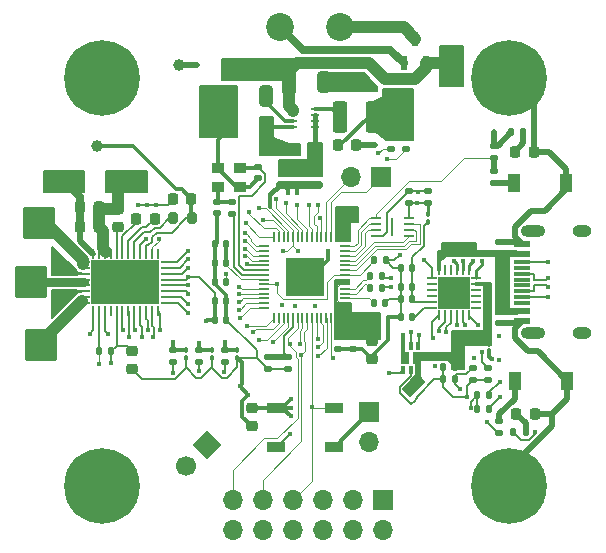
<source format=gbr>
%TF.GenerationSoftware,KiCad,Pcbnew,7.0.1*%
%TF.CreationDate,2023-08-27T06:58:20+02:00*%
%TF.ProjectId,MTR_Tiny_MD,4d54525f-5469-46e7-995f-4d442e6b6963,rev?*%
%TF.SameCoordinates,Original*%
%TF.FileFunction,Copper,L1,Top*%
%TF.FilePolarity,Positive*%
%FSLAX46Y46*%
G04 Gerber Fmt 4.6, Leading zero omitted, Abs format (unit mm)*
G04 Created by KiCad (PCBNEW 7.0.1) date 2023-08-27 06:58:20*
%MOMM*%
%LPD*%
G01*
G04 APERTURE LIST*
G04 Aperture macros list*
%AMRoundRect*
0 Rectangle with rounded corners*
0 $1 Rounding radius*
0 $2 $3 $4 $5 $6 $7 $8 $9 X,Y pos of 4 corners*
0 Add a 4 corners polygon primitive as box body*
4,1,4,$2,$3,$4,$5,$6,$7,$8,$9,$2,$3,0*
0 Add four circle primitives for the rounded corners*
1,1,$1+$1,$2,$3*
1,1,$1+$1,$4,$5*
1,1,$1+$1,$6,$7*
1,1,$1+$1,$8,$9*
0 Add four rect primitives between the rounded corners*
20,1,$1+$1,$2,$3,$4,$5,0*
20,1,$1+$1,$4,$5,$6,$7,0*
20,1,$1+$1,$6,$7,$8,$9,0*
20,1,$1+$1,$8,$9,$2,$3,0*%
%AMHorizOval*
0 Thick line with rounded ends*
0 $1 width*
0 $2 $3 position (X,Y) of the first rounded end (center of the circle)*
0 $4 $5 position (X,Y) of the second rounded end (center of the circle)*
0 Add line between two ends*
20,1,$1,$2,$3,$4,$5,0*
0 Add two circle primitives to create the rounded ends*
1,1,$1,$2,$3*
1,1,$1,$4,$5*%
%AMRotRect*
0 Rectangle, with rotation*
0 The origin of the aperture is its center*
0 $1 length*
0 $2 width*
0 $3 Rotation angle, in degrees counterclockwise*
0 Add horizontal line*
21,1,$1,$2,0,0,$3*%
G04 Aperture macros list end*
%TA.AperFunction,NonConductor*%
%ADD10C,0.200000*%
%TD*%
%TA.AperFunction,SMDPad,CuDef*%
%ADD11R,0.254800X0.807999*%
%TD*%
%TA.AperFunction,SMDPad,CuDef*%
%ADD12R,0.807999X0.254800*%
%TD*%
%TA.AperFunction,SMDPad,CuDef*%
%ADD13R,2.743200X2.743200*%
%TD*%
%TA.AperFunction,SMDPad,CuDef*%
%ADD14RoundRect,0.135000X-0.185000X0.135000X-0.185000X-0.135000X0.185000X-0.135000X0.185000X0.135000X0*%
%TD*%
%TA.AperFunction,SMDPad,CuDef*%
%ADD15RoundRect,0.250000X0.325000X0.650000X-0.325000X0.650000X-0.325000X-0.650000X0.325000X-0.650000X0*%
%TD*%
%TA.AperFunction,SMDPad,CuDef*%
%ADD16RoundRect,0.100000X-0.100000X0.130000X-0.100000X-0.130000X0.100000X-0.130000X0.100000X0.130000X0*%
%TD*%
%TA.AperFunction,SMDPad,CuDef*%
%ADD17RoundRect,0.140000X-0.140000X-0.170000X0.140000X-0.170000X0.140000X0.170000X-0.140000X0.170000X0*%
%TD*%
%TA.AperFunction,SMDPad,CuDef*%
%ADD18RoundRect,0.225000X0.250000X-0.225000X0.250000X0.225000X-0.250000X0.225000X-0.250000X-0.225000X0*%
%TD*%
%TA.AperFunction,SMDPad,CuDef*%
%ADD19C,1.000000*%
%TD*%
%TA.AperFunction,SMDPad,CuDef*%
%ADD20RoundRect,0.225000X0.225000X0.250000X-0.225000X0.250000X-0.225000X-0.250000X0.225000X-0.250000X0*%
%TD*%
%TA.AperFunction,SMDPad,CuDef*%
%ADD21RoundRect,0.225000X-0.225000X-0.250000X0.225000X-0.250000X0.225000X0.250000X-0.225000X0.250000X0*%
%TD*%
%TA.AperFunction,ComponentPad*%
%ADD22R,1.700000X1.700000*%
%TD*%
%TA.AperFunction,ComponentPad*%
%ADD23O,1.700000X1.700000*%
%TD*%
%TA.AperFunction,SMDPad,CuDef*%
%ADD24RoundRect,0.250000X-0.375000X-1.075000X0.375000X-1.075000X0.375000X1.075000X-0.375000X1.075000X0*%
%TD*%
%TA.AperFunction,ComponentPad*%
%ADD25RoundRect,0.165000X1.210000X-1.210000X1.210000X1.210000X-1.210000X1.210000X-1.210000X-1.210000X0*%
%TD*%
%TA.AperFunction,SMDPad,CuDef*%
%ADD26RoundRect,0.135000X0.135000X0.185000X-0.135000X0.185000X-0.135000X-0.185000X0.135000X-0.185000X0*%
%TD*%
%TA.AperFunction,SMDPad,CuDef*%
%ADD27RoundRect,0.135000X-0.135000X-0.185000X0.135000X-0.185000X0.135000X0.185000X-0.135000X0.185000X0*%
%TD*%
%TA.AperFunction,SMDPad,CuDef*%
%ADD28RoundRect,0.250000X-0.325000X-0.650000X0.325000X-0.650000X0.325000X0.650000X-0.325000X0.650000X0*%
%TD*%
%TA.AperFunction,SMDPad,CuDef*%
%ADD29RoundRect,0.140000X0.140000X0.170000X-0.140000X0.170000X-0.140000X-0.170000X0.140000X-0.170000X0*%
%TD*%
%TA.AperFunction,SMDPad,CuDef*%
%ADD30RoundRect,0.218750X0.218750X0.256250X-0.218750X0.256250X-0.218750X-0.256250X0.218750X-0.256250X0*%
%TD*%
%TA.AperFunction,SMDPad,CuDef*%
%ADD31RoundRect,0.140000X-0.170000X0.140000X-0.170000X-0.140000X0.170000X-0.140000X0.170000X0.140000X0*%
%TD*%
%TA.AperFunction,ComponentPad*%
%ADD32C,0.800000*%
%TD*%
%TA.AperFunction,ComponentPad*%
%ADD33C,6.400000*%
%TD*%
%TA.AperFunction,SMDPad,CuDef*%
%ADD34RoundRect,0.140000X0.170000X-0.140000X0.170000X0.140000X-0.170000X0.140000X-0.170000X-0.140000X0*%
%TD*%
%TA.AperFunction,SMDPad,CuDef*%
%ADD35RoundRect,0.200000X-0.200000X-0.275000X0.200000X-0.275000X0.200000X0.275000X-0.200000X0.275000X0*%
%TD*%
%TA.AperFunction,ComponentPad*%
%ADD36C,2.362200*%
%TD*%
%TA.AperFunction,SMDPad,CuDef*%
%ADD37R,1.450000X0.600000*%
%TD*%
%TA.AperFunction,SMDPad,CuDef*%
%ADD38R,1.450000X0.300000*%
%TD*%
%TA.AperFunction,ComponentPad*%
%ADD39O,2.100000X1.000000*%
%TD*%
%TA.AperFunction,ComponentPad*%
%ADD40O,1.600000X1.000000*%
%TD*%
%TA.AperFunction,SMDPad,CuDef*%
%ADD41R,1.500000X0.900000*%
%TD*%
%TA.AperFunction,SMDPad,CuDef*%
%ADD42RoundRect,0.225000X-0.250000X0.225000X-0.250000X-0.225000X0.250000X-0.225000X0.250000X0.225000X0*%
%TD*%
%TA.AperFunction,SMDPad,CuDef*%
%ADD43R,1.000000X0.900000*%
%TD*%
%TA.AperFunction,SMDPad,CuDef*%
%ADD44R,0.600000X1.300000*%
%TD*%
%TA.AperFunction,ComponentPad*%
%ADD45RotRect,1.700000X1.700000X315.000000*%
%TD*%
%TA.AperFunction,ComponentPad*%
%ADD46HorizOval,1.700000X0.000000X0.000000X0.000000X0.000000X0*%
%TD*%
%TA.AperFunction,SMDPad,CuDef*%
%ADD47RoundRect,0.050000X-0.050000X0.387500X-0.050000X-0.387500X0.050000X-0.387500X0.050000X0.387500X0*%
%TD*%
%TA.AperFunction,SMDPad,CuDef*%
%ADD48RoundRect,0.050000X-0.387500X0.050000X-0.387500X-0.050000X0.387500X-0.050000X0.387500X0.050000X0*%
%TD*%
%TA.AperFunction,SMDPad,CuDef*%
%ADD49R,3.200000X3.200000*%
%TD*%
%TA.AperFunction,SMDPad,CuDef*%
%ADD50R,0.331000X0.680999*%
%TD*%
%TA.AperFunction,SMDPad,CuDef*%
%ADD51R,0.711200X1.041400*%
%TD*%
%TA.AperFunction,SMDPad,CuDef*%
%ADD52RoundRect,0.135000X0.185000X-0.135000X0.185000X0.135000X-0.185000X0.135000X-0.185000X-0.135000X0*%
%TD*%
%TA.AperFunction,SMDPad,CuDef*%
%ADD53RoundRect,0.131250X0.393750X-0.668750X0.393750X0.668750X-0.393750X0.668750X-0.393750X-0.668750X0*%
%TD*%
%TA.AperFunction,SMDPad,CuDef*%
%ADD54R,5.791200X3.810000*%
%TD*%
%TA.AperFunction,SMDPad,CuDef*%
%ADD55R,0.757199X0.254800*%
%TD*%
%TA.AperFunction,SMDPad,CuDef*%
%ADD56R,0.203200X1.600200*%
%TD*%
%TA.AperFunction,ViaPad*%
%ADD57C,0.450000*%
%TD*%
%TA.AperFunction,Conductor*%
%ADD58C,0.100000*%
%TD*%
%TA.AperFunction,Conductor*%
%ADD59C,0.300000*%
%TD*%
%TA.AperFunction,Conductor*%
%ADD60C,0.500000*%
%TD*%
%TA.AperFunction,Conductor*%
%ADD61C,0.200000*%
%TD*%
%TA.AperFunction,Conductor*%
%ADD62C,0.700000*%
%TD*%
%TA.AperFunction,Conductor*%
%ADD63C,0.228600*%
%TD*%
%TA.AperFunction,Conductor*%
%ADD64C,0.400000*%
%TD*%
%TA.AperFunction,Conductor*%
%ADD65C,1.000000*%
%TD*%
%TA.AperFunction,Conductor*%
%ADD66C,0.750000*%
%TD*%
G04 APERTURE END LIST*
D10*
X121375000Y-97800000D02*
X116425000Y-97800000D01*
X116425000Y-98775000D01*
X116225000Y-98775000D01*
X116225000Y-97400000D01*
X121375000Y-97400000D01*
X121375000Y-97800000D01*
%TA.AperFunction,NonConductor*%
G36*
X121375000Y-97800000D02*
G01*
X116425000Y-97800000D01*
X116425000Y-98775000D01*
X116225000Y-98775000D01*
X116225000Y-97400000D01*
X121375000Y-97400000D01*
X121375000Y-97800000D01*
G37*
%TD.AperFunction*%
X120675000Y-104325000D02*
X120675000Y-105375000D01*
X120275000Y-105375000D01*
X118425000Y-105375000D01*
X118425000Y-107400000D01*
X117425000Y-107400000D01*
X117425000Y-104700000D01*
X117425000Y-104125000D01*
X120125000Y-104125000D01*
X120125000Y-100250000D01*
X119425000Y-100250000D01*
X119425000Y-100100000D01*
X120675000Y-100100000D01*
X120675000Y-104325000D01*
%TA.AperFunction,NonConductor*%
G36*
X120675000Y-104325000D02*
G01*
X120675000Y-105375000D01*
X120275000Y-105375000D01*
X118425000Y-105375000D01*
X118425000Y-107400000D01*
X117425000Y-107400000D01*
X117425000Y-104700000D01*
X117425000Y-104125000D01*
X120125000Y-104125000D01*
X120125000Y-100250000D01*
X119425000Y-100250000D01*
X119425000Y-100100000D01*
X120675000Y-100100000D01*
X120675000Y-104325000D01*
G37*
%TD.AperFunction*%
X122950000Y-97800000D02*
X122250000Y-97800000D01*
X122250000Y-102300000D01*
X122950000Y-102300000D01*
X122950000Y-102700000D01*
X121175000Y-102700000D01*
X121175000Y-97400000D01*
X122950000Y-97400000D01*
X122950000Y-97800000D01*
%TA.AperFunction,NonConductor*%
G36*
X122950000Y-97800000D02*
G01*
X122250000Y-97800000D01*
X122250000Y-102300000D01*
X122950000Y-102300000D01*
X122950000Y-102700000D01*
X121175000Y-102700000D01*
X121175000Y-97400000D01*
X122950000Y-97400000D01*
X122950000Y-97800000D01*
G37*
%TD.AperFunction*%
X111100000Y-83475000D02*
X111100000Y-83875000D01*
X106400000Y-83875000D01*
X106400000Y-82350000D01*
X109925000Y-82350000D01*
X111100000Y-83475000D01*
%TA.AperFunction,NonConductor*%
G36*
X111100000Y-83475000D02*
G01*
X111100000Y-83875000D01*
X106400000Y-83875000D01*
X106400000Y-82350000D01*
X109925000Y-82350000D01*
X111100000Y-83475000D01*
G37*
%TD.AperFunction*%
X85675000Y-99037788D02*
X85675000Y-99412788D01*
X83525000Y-99412788D01*
X83525000Y-97012788D01*
X85675000Y-99037788D01*
%TA.AperFunction,NonConductor*%
G36*
X85675000Y-99037788D02*
G01*
X85675000Y-99412788D01*
X83525000Y-99412788D01*
X83525000Y-97012788D01*
X85675000Y-99037788D01*
G37*
%TD.AperFunction*%
X108865916Y-102600000D02*
X111315916Y-102625000D01*
X111315916Y-104850000D01*
X107515916Y-104875000D01*
X107515916Y-101800000D01*
X108865916Y-101800000D01*
X108865916Y-102600000D01*
%TA.AperFunction,NonConductor*%
G36*
X108865916Y-102600000D02*
G01*
X111315916Y-102625000D01*
X111315916Y-104850000D01*
X107515916Y-104875000D01*
X107515916Y-101800000D01*
X108865916Y-101800000D01*
X108865916Y-102600000D01*
G37*
%TD.AperFunction*%
X107550000Y-94850000D02*
X108800000Y-94850000D01*
X108800000Y-96500000D01*
X107550000Y-96500000D01*
X107550000Y-94850000D01*
%TA.AperFunction,NonConductor*%
G36*
X107550000Y-94850000D02*
G01*
X108800000Y-94850000D01*
X108800000Y-96500000D01*
X107550000Y-96500000D01*
X107550000Y-94850000D01*
G37*
%TD.AperFunction*%
X104100000Y-82225000D02*
X104100000Y-83900000D01*
X103125000Y-83900000D01*
X103125000Y-82875000D01*
X97925657Y-82875000D01*
X97925000Y-81100000D01*
X104100000Y-81100000D01*
X104100000Y-82225000D01*
%TA.AperFunction,NonConductor*%
G36*
X104100000Y-82225000D02*
G01*
X104100000Y-83900000D01*
X103125000Y-83900000D01*
X103125000Y-82875000D01*
X97925657Y-82875000D01*
X97925000Y-81100000D01*
X104100000Y-81100000D01*
X104100000Y-82225000D01*
G37*
%TD.AperFunction*%
X86025000Y-100825000D02*
X85575000Y-100825000D01*
X85575000Y-100775000D01*
X86025000Y-100775000D01*
X86025000Y-100825000D01*
%TA.AperFunction,NonConductor*%
G36*
X86025000Y-100825000D02*
G01*
X85575000Y-100825000D01*
X85575000Y-100775000D01*
X86025000Y-100775000D01*
X86025000Y-100825000D01*
G37*
%TD.AperFunction*%
X118350000Y-81150000D02*
X118350000Y-81500000D01*
X118350000Y-83375000D01*
X116400657Y-83375000D01*
X116400000Y-80025000D01*
X118350000Y-80025000D01*
X118350000Y-81150000D01*
%TA.AperFunction,NonConductor*%
G36*
X118350000Y-81150000D02*
G01*
X118350000Y-81500000D01*
X118350000Y-83375000D01*
X116400657Y-83375000D01*
X116400000Y-80025000D01*
X118350000Y-80025000D01*
X118350000Y-81150000D01*
G37*
%TD.AperFunction*%
X106425000Y-91050000D02*
X102800000Y-91050000D01*
X102800000Y-89675000D01*
X105225000Y-89675000D01*
X105225000Y-88225000D01*
X106425000Y-88225000D01*
X106425000Y-91050000D01*
%TA.AperFunction,NonConductor*%
G36*
X106425000Y-91050000D02*
G01*
X102800000Y-91050000D01*
X102800000Y-89675000D01*
X105225000Y-89675000D01*
X105225000Y-88225000D01*
X106425000Y-88225000D01*
X106425000Y-91050000D01*
G37*
%TD.AperFunction*%
X85675000Y-100975000D02*
X83525000Y-103075000D01*
X83525000Y-100650000D01*
X85675000Y-100650000D01*
X85675000Y-100975000D01*
%TA.AperFunction,NonConductor*%
G36*
X85675000Y-100975000D02*
G01*
X83525000Y-103075000D01*
X83525000Y-100650000D01*
X85675000Y-100650000D01*
X85675000Y-100975000D01*
G37*
%TD.AperFunction*%
X86250000Y-92400000D02*
X82850000Y-92400000D01*
X82850000Y-90625000D01*
X86250000Y-90625000D01*
X86250000Y-92400000D01*
%TA.AperFunction,NonConductor*%
G36*
X86250000Y-92400000D02*
G01*
X82850000Y-92400000D01*
X82850000Y-90625000D01*
X86250000Y-90625000D01*
X86250000Y-92400000D01*
G37*
%TD.AperFunction*%
X107550000Y-93700000D02*
X109450000Y-93700000D01*
X109450000Y-94900000D01*
X107550000Y-94900000D01*
X107550000Y-93700000D01*
%TA.AperFunction,NonConductor*%
G36*
X107550000Y-93700000D02*
G01*
X109450000Y-93700000D01*
X109450000Y-94900000D01*
X107550000Y-94900000D01*
X107550000Y-93700000D01*
G37*
%TD.AperFunction*%
X102275000Y-87811679D02*
X103650000Y-88311679D01*
X104550000Y-88311679D01*
X104550000Y-89261679D01*
X101125000Y-89261679D01*
X101125000Y-86011679D01*
X102275000Y-86011679D01*
X102275000Y-87811679D01*
%TA.AperFunction,NonConductor*%
G36*
X102275000Y-87811679D02*
G01*
X103650000Y-88311679D01*
X104550000Y-88311679D01*
X104550000Y-89261679D01*
X101125000Y-89261679D01*
X101125000Y-86011679D01*
X102275000Y-86011679D01*
X102275000Y-87811679D01*
G37*
%TD.AperFunction*%
X108725000Y-100200000D02*
X107600000Y-100200000D01*
X107600000Y-101850000D01*
X107525000Y-101850000D01*
X107525000Y-99800000D01*
X108725000Y-99800000D01*
X108725000Y-100200000D01*
%TA.AperFunction,NonConductor*%
G36*
X108725000Y-100200000D02*
G01*
X107600000Y-100200000D01*
X107600000Y-101850000D01*
X107525000Y-101850000D01*
X107525000Y-99800000D01*
X108725000Y-99800000D01*
X108725000Y-100200000D01*
G37*
%TD.AperFunction*%
X117550000Y-106600000D02*
X114700000Y-106600000D01*
X114700000Y-107800000D01*
X114400000Y-107800000D01*
X114400000Y-106050000D01*
X117550000Y-106050000D01*
X117550000Y-106600000D01*
%TA.AperFunction,NonConductor*%
G36*
X117550000Y-106600000D02*
G01*
X114700000Y-106600000D01*
X114700000Y-107800000D01*
X114400000Y-107800000D01*
X114400000Y-106050000D01*
X117550000Y-106050000D01*
X117550000Y-106600000D01*
G37*
%TD.AperFunction*%
X86050000Y-99325000D02*
X85600000Y-99325000D01*
X85600000Y-99275000D01*
X86050000Y-99275000D01*
X86050000Y-99325000D01*
%TA.AperFunction,NonConductor*%
G36*
X86050000Y-99325000D02*
G01*
X85600000Y-99325000D01*
X85600000Y-99275000D01*
X86050000Y-99275000D01*
X86050000Y-99325000D01*
G37*
%TD.AperFunction*%
X114695173Y-108020355D02*
X115070173Y-108445355D01*
X113895173Y-109645355D01*
X113295173Y-109045355D01*
X114395173Y-107920355D01*
X114395173Y-107745355D01*
X114695173Y-107745355D01*
X114695173Y-108020355D01*
%TA.AperFunction,NonConductor*%
G36*
X114695173Y-108020355D02*
G01*
X115070173Y-108445355D01*
X113895173Y-109645355D01*
X113295173Y-109045355D01*
X114395173Y-107920355D01*
X114395173Y-107745355D01*
X114695173Y-107745355D01*
X114695173Y-108020355D01*
G37*
%TD.AperFunction*%
X91550000Y-92425000D02*
X88150000Y-92425000D01*
X88150000Y-90650000D01*
X91550000Y-90650000D01*
X91550000Y-92425000D01*
%TA.AperFunction,NonConductor*%
G36*
X91550000Y-92425000D02*
G01*
X88150000Y-92425000D01*
X88150000Y-90650000D01*
X91550000Y-90650000D01*
X91550000Y-92425000D01*
G37*
%TD.AperFunction*%
X114100000Y-87950000D02*
X111800000Y-87950000D01*
X110575000Y-86975000D01*
X110575000Y-84875000D01*
X111600000Y-84325000D01*
X111600000Y-83700000D01*
X114100000Y-83700000D01*
X114100000Y-87950000D01*
%TA.AperFunction,NonConductor*%
G36*
X114100000Y-87950000D02*
G01*
X111800000Y-87950000D01*
X110575000Y-86975000D01*
X110575000Y-84875000D01*
X111600000Y-84325000D01*
X111600000Y-83700000D01*
X114100000Y-83700000D01*
X114100000Y-87950000D01*
G37*
%TD.AperFunction*%
X116600000Y-96700000D02*
X119450000Y-96700000D01*
X119450000Y-97525000D01*
X116600000Y-97525000D01*
X116600000Y-96700000D01*
%TA.AperFunction,NonConductor*%
G36*
X116600000Y-96700000D02*
G01*
X119450000Y-96700000D01*
X119450000Y-97525000D01*
X116600000Y-97525000D01*
X116600000Y-96700000D01*
G37*
%TD.AperFunction*%
X96100000Y-83437500D02*
X99200000Y-83437500D01*
X99200000Y-87762500D01*
X96100000Y-87762500D01*
X96100000Y-83437500D01*
%TA.AperFunction,NonConductor*%
G36*
X96100000Y-83437500D02*
G01*
X99200000Y-83437500D01*
X99200000Y-87762500D01*
X96100000Y-87762500D01*
X96100000Y-83437500D01*
G37*
%TD.AperFunction*%
D11*
%TO.P,U8,1,VBUS_MIN*%
%TO.N,VBUS_MIN*%
X116324685Y-102814900D03*
%TO.P,U8,2,VBUS_MAX*%
%TO.N,VBUS_MAX*%
X116824811Y-102814900D03*
%TO.P,U8,3,VBUS_FET_EN*%
%TO.N,+VBUS_FET_EN*%
X117324937Y-102814900D03*
%TO.P,U8,4,SAFE_PWR_EN*%
%TO.N,SAFE_PWR_EN*%
X117825063Y-102814900D03*
%TO.P,U8,5,ISNK_COARSE*%
%TO.N,ISNK_COARSE*%
X118325189Y-102814900D03*
%TO.P,U8,6,ISNK_FINE*%
%TO.N,ISNK_FINE*%
X118825315Y-102814900D03*
D12*
%TO.P,U8,7,HPI_INT*%
%TO.N,unconnected-(U8A-HPI_INT-Pad7)*%
X119464900Y-102175315D03*
%TO.P,U8,8,GPIO_1*%
%TO.N,unconnected-(U8A-GPIO_1-Pad8)*%
X119464900Y-101675189D03*
%TO.P,U8,9,FAULT*%
%TO.N,unconnected-(U8A-FAULT-Pad9)*%
X119464900Y-101175063D03*
%TO.P,U8,10,FLIP*%
%TO.N,unconnected-(U8A-FLIP-Pad10)*%
X119464900Y-100674937D03*
%TO.P,U8,11,VDC_OUT*%
%TO.N,+VBUS_OUT*%
X119464900Y-100174811D03*
%TO.P,U8,12,HPI_SDA*%
%TO.N,I2C_SDA*%
X119464900Y-99674685D03*
D11*
%TO.P,U8,13,HPI_SCL*%
%TO.N,I2C_SCL*%
X118825315Y-99035100D03*
%TO.P,U8,14,CC2*%
%TO.N,/CC2*%
X118325189Y-99035100D03*
%TO.P,U8,15,CC1*%
%TO.N,/CC1*%
X117825063Y-99035100D03*
%TO.P,U8,16,D-*%
%TO.N,unconnected-(U8B-D--Pad16)*%
X117324937Y-99035100D03*
%TO.P,U8,17,D+*%
%TO.N,unconnected-(U8B-D+-Pad17)*%
X116824811Y-99035100D03*
%TO.P,U8,18,VBUS_IN*%
%TO.N,+VBUS*%
X116324685Y-99035100D03*
D12*
%TO.P,U8,19,GND*%
%TO.N,GND*%
X115685100Y-99674685D03*
%TO.P,U8,20,DNU1*%
%TO.N,unconnected-(U8B-DNU1-Pad20)*%
X115685100Y-100174811D03*
%TO.P,U8,21,DNU2*%
%TO.N,unconnected-(U8B-DNU2-Pad21)*%
X115685100Y-100674937D03*
%TO.P,U8,22,VSS*%
%TO.N,unconnected-(U8B-VSS-Pad22)*%
X115685100Y-101175063D03*
%TO.P,U8,23,VDDD*%
%TO.N,VDDD*%
X115685100Y-101675189D03*
%TO.P,U8,24,VCCD*%
%TO.N,VCCD*%
X115685100Y-102175315D03*
D13*
%TO.P,U8,25,EPAD*%
%TO.N,unconnected-(U8B-EPAD-Pad25)*%
X117575000Y-100925000D03*
%TD*%
D14*
%TO.P,R9,1*%
%TO.N,Net-(R9-Pad1)*%
X121425000Y-111765000D03*
%TO.P,R9,2*%
%TO.N,RUN*%
X121425000Y-112785000D03*
%TD*%
%TO.P,R3,1*%
%TO.N,Net-(Y1-CRYSTAL_2)*%
X98775000Y-93215000D03*
%TO.P,R3,2*%
%TO.N,XOUT*%
X98775000Y-94235000D03*
%TD*%
D15*
%TO.P,C39,1*%
%TO.N,Net-(U7-VCC)*%
X101675000Y-84300000D03*
%TO.P,C39,2*%
%TO.N,GND*%
X98725000Y-84300000D03*
%TD*%
D16*
%TO.P,C33,1*%
%TO.N,Current_C*%
X99250000Y-105770000D03*
%TO.P,C33,2*%
%TO.N,GND*%
X99250000Y-106410000D03*
%TD*%
D17*
%TO.P,C6,1*%
%TO.N,GND*%
X97340000Y-98403750D03*
%TO.P,C6,2*%
%TO.N,3V3_BUCK*%
X98300000Y-98403750D03*
%TD*%
D18*
%TO.P,C36,1*%
%TO.N,GND*%
X90300000Y-107375000D03*
%TO.P,C36,2*%
%TO.N,3V3_BUCK*%
X90300000Y-105825000D03*
%TD*%
D19*
%TO.P,H6,1,1*%
%TO.N,3V3_BUCK*%
X94325000Y-81625000D03*
%TD*%
D20*
%TO.P,C28,1*%
%TO.N,ALIM*%
X87500000Y-95325000D03*
%TO.P,C28,2*%
%TO.N,GND*%
X85950000Y-95325000D03*
%TD*%
D21*
%TO.P,C27,1*%
%TO.N,Net-(U5-CPH)*%
X90675000Y-94650000D03*
%TO.P,C27,2*%
%TO.N,Net-(U5-CPL)*%
X92225000Y-94650000D03*
%TD*%
D22*
%TO.P,J5,1*%
%TO.N,GND*%
X110400000Y-111025000D03*
D23*
%TO.P,J5,2*%
%TO.N,DOUT*%
X110400000Y-113565000D03*
%TD*%
D24*
%TO.P,L2,1*%
%TO.N,Net-(U7-LX)*%
X107900000Y-86000000D03*
%TO.P,L2,2*%
%TO.N,3V3_BUCK*%
X110700000Y-86000000D03*
%TD*%
D25*
%TO.P,H12,1,1*%
%TO.N,OUTC*%
X82620000Y-105310000D03*
%TD*%
D26*
%TO.P,R22,1*%
%TO.N,GND*%
X120585000Y-110750000D03*
%TO.P,R22,2*%
%TO.N,ISNK_FINE*%
X119565000Y-110750000D03*
%TD*%
D21*
%TO.P,C41,1*%
%TO.N,3V3_BUCK*%
X104075000Y-88775000D03*
%TO.P,C41,2*%
%TO.N,GND*%
X105625000Y-88775000D03*
%TD*%
D17*
%TO.P,C34,1*%
%TO.N,VREF*%
X97340000Y-101601250D03*
%TO.P,C34,2*%
%TO.N,GND*%
X98300000Y-101601250D03*
%TD*%
D27*
%TO.P,R23,1*%
%TO.N,ISNK_FINE*%
X119565000Y-109575000D03*
%TO.P,R23,2*%
%TO.N,3V3_BUCK*%
X120585000Y-109575000D03*
%TD*%
D28*
%TO.P,C38,1*%
%TO.N,ALIM*%
X103625000Y-83100000D03*
%TO.P,C38,2*%
%TO.N,GND*%
X106575000Y-83100000D03*
%TD*%
D26*
%TO.P,R12,1*%
%TO.N,Net-(D3-A)*%
X123635000Y-112750000D03*
%TO.P,R12,2*%
%TO.N,GPIO23*%
X122615000Y-112750000D03*
%TD*%
D29*
%TO.P,C35,1*%
%TO.N,GND*%
X98300000Y-103200000D03*
%TO.P,C35,2*%
%TO.N,VREF*%
X97340000Y-103200000D03*
%TD*%
D15*
%TO.P,C40,1*%
%TO.N,3V3_BUCK*%
X101675000Y-86900000D03*
%TO.P,C40,2*%
%TO.N,GND*%
X98725000Y-86900000D03*
%TD*%
D30*
%TO.P,D3,1,K*%
%TO.N,GND*%
X124437500Y-111175000D03*
%TO.P,D3,2,A*%
%TO.N,Net-(D3-A)*%
X122862500Y-111175000D03*
%TD*%
D31*
%TO.P,C32,1*%
%TO.N,3V3_BUCK*%
X109065000Y-104700000D03*
%TO.P,C32,2*%
%TO.N,GND*%
X109065000Y-105660000D03*
%TD*%
D14*
%TO.P,R8,1*%
%TO.N,Current_C*%
X98150000Y-105790000D03*
%TO.P,R8,2*%
%TO.N,Net-(U1-GPIO28_ADC2)*%
X98150000Y-106810000D03*
%TD*%
D32*
%TO.P,H1,1,1*%
%TO.N,GND*%
X119850000Y-117250000D03*
X120552944Y-115552944D03*
X120552944Y-118947056D03*
X122250000Y-114850000D03*
D33*
X122250000Y-117250000D03*
D32*
X122250000Y-119650000D03*
X123947056Y-115552944D03*
X123947056Y-118947056D03*
X124650000Y-117250000D03*
%TD*%
D34*
%TO.P,C2,1*%
%TO.N,GND*%
X101000000Y-91230000D03*
%TO.P,C2,2*%
%TO.N,XIN*%
X101000000Y-90270000D03*
%TD*%
D32*
%TO.P,H3,1,1*%
%TO.N,GND*%
X119850000Y-82750000D03*
X120552944Y-81052944D03*
X120552944Y-84447056D03*
X122250000Y-80350000D03*
D33*
X122250000Y-82750000D03*
D32*
X122250000Y-85150000D03*
X123947056Y-81052944D03*
X123947056Y-84447056D03*
X124650000Y-82750000D03*
%TD*%
D26*
%TO.P,R1,1*%
%TO.N,USB_D+*%
X111485000Y-99525000D03*
%TO.P,R1,2*%
%TO.N,/D+*%
X110465000Y-99525000D03*
%TD*%
%TO.P,R11,1*%
%TO.N,Net-(D2-A)*%
X123460000Y-87350000D03*
%TO.P,R11,2*%
%TO.N,3V3_BUCK*%
X122440000Y-87350000D03*
%TD*%
D32*
%TO.P,H8,1,1*%
%TO.N,GND*%
X85350000Y-82750000D03*
X86052944Y-81052944D03*
X86052944Y-84447056D03*
X87750000Y-80350000D03*
D33*
X87750000Y-82750000D03*
D32*
X87750000Y-85150000D03*
X89447056Y-81052944D03*
X89447056Y-84447056D03*
X90150000Y-82750000D03*
%TD*%
D35*
%TO.P,R13,1*%
%TO.N,/SW_BK*%
X93750000Y-94625000D03*
%TO.P,R13,2*%
%TO.N,DRV_BUCK_OUT*%
X95400000Y-94625000D03*
%TD*%
D32*
%TO.P,H9,1,1*%
%TO.N,GND*%
X85350000Y-117250000D03*
X86052944Y-115552944D03*
X86052944Y-118947056D03*
X87750000Y-114850000D03*
D33*
X87750000Y-117250000D03*
D32*
X87750000Y-119650000D03*
X89447056Y-115552944D03*
X89447056Y-118947056D03*
X90150000Y-117250000D03*
%TD*%
D29*
%TO.P,C1,1*%
%TO.N,GND*%
X111805000Y-98175000D03*
%TO.P,C1,2*%
%TO.N,+1V1*%
X110845000Y-98175000D03*
%TD*%
D36*
%TO.P,J6,1,1*%
%TO.N,/VM*%
X107890000Y-78450000D03*
%TO.P,J6,2,2*%
%TO.N,GND*%
X102890000Y-78450000D03*
%TD*%
D16*
%TO.P,C29,1*%
%TO.N,Current_A*%
X94850000Y-105770000D03*
%TO.P,C29,2*%
%TO.N,GND*%
X94850000Y-106410000D03*
%TD*%
D34*
%TO.P,C10,1*%
%TO.N,GND*%
X103525000Y-107360000D03*
%TO.P,C10,2*%
%TO.N,3V3_BUCK*%
X103525000Y-106400000D03*
%TD*%
D16*
%TO.P,C31,1*%
%TO.N,Current_B*%
X97050000Y-105770000D03*
%TO.P,C31,2*%
%TO.N,GND*%
X97050000Y-106410000D03*
%TD*%
D31*
%TO.P,C21,1*%
%TO.N,GND*%
X121375000Y-96620000D03*
%TO.P,C21,2*%
%TO.N,+VBUS*%
X121375000Y-97580000D03*
%TD*%
D37*
%TO.P,J1,A1,GND*%
%TO.N,GND*%
X123365000Y-103300000D03*
%TO.P,J1,A4,VBUS*%
%TO.N,+VBUS*%
X123365000Y-102500000D03*
D38*
%TO.P,J1,A5,CC1*%
%TO.N,/CC1*%
X123365000Y-101300000D03*
%TO.P,J1,A6,D+*%
%TO.N,unconnected-(J1-D+-PadA6)*%
X123365000Y-100300000D03*
%TO.P,J1,A7,D-*%
%TO.N,unconnected-(J1-D--PadA7)*%
X123365000Y-99800000D03*
%TO.P,J1,A8,SBU1*%
%TO.N,unconnected-(J1-SBU1-PadA8)*%
X123365000Y-98800000D03*
D37*
%TO.P,J1,A9,VBUS*%
%TO.N,+VBUS*%
X123365000Y-97600000D03*
%TO.P,J1,A12,GND*%
%TO.N,GND*%
X123365000Y-96800000D03*
%TO.P,J1,B1,GND*%
X123365000Y-96800000D03*
%TO.P,J1,B4,VBUS*%
%TO.N,+VBUS*%
X123365000Y-97600000D03*
D38*
%TO.P,J1,B5,CC2*%
%TO.N,/CC2*%
X123365000Y-98300000D03*
%TO.P,J1,B6,D+*%
%TO.N,USB_D+*%
X123365000Y-99300000D03*
%TO.P,J1,B7,D-*%
%TO.N,USB_D-*%
X123365000Y-100800000D03*
%TO.P,J1,B8,SBU2*%
%TO.N,unconnected-(J1-SBU2-PadB8)*%
X123365000Y-101800000D03*
D37*
%TO.P,J1,B9,VBUS*%
%TO.N,+VBUS*%
X123365000Y-102500000D03*
%TO.P,J1,B12,GND*%
%TO.N,GND*%
X123365000Y-103300000D03*
D39*
%TO.P,J1,S1,SHIELD*%
%TO.N,unconnected-(J1-SHIELD-PadS1)*%
X124280000Y-104370000D03*
D40*
X128460000Y-104370000D03*
D39*
X124280000Y-95730000D03*
D40*
X128460000Y-95730000D03*
%TD*%
D27*
%TO.P,R2,1*%
%TO.N,/D-*%
X110465000Y-100550000D03*
%TO.P,R2,2*%
%TO.N,USB_D-*%
X111485000Y-100550000D03*
%TD*%
D29*
%TO.P,C15,1*%
%TO.N,VDDD*%
X114055000Y-100425000D03*
%TO.P,C15,2*%
%TO.N,GND*%
X113095000Y-100425000D03*
%TD*%
D41*
%TO.P,D1,1,VDD*%
%TO.N,3V3_BUCK*%
X102500000Y-110650000D03*
%TO.P,D1,2,DOUT*%
%TO.N,DOUT*%
X102500000Y-113950000D03*
%TO.P,D1,3,VSS*%
%TO.N,GND*%
X107400000Y-113950000D03*
%TO.P,D1,4,DIN*%
%TO.N,GPIO25*%
X107400000Y-110650000D03*
%TD*%
D31*
%TO.P,C8,1*%
%TO.N,GND*%
X106190000Y-90820000D03*
%TO.P,C8,2*%
%TO.N,3V3_BUCK*%
X106190000Y-91780000D03*
%TD*%
D18*
%TO.P,C12,1*%
%TO.N,GND*%
X110650000Y-106525000D03*
%TO.P,C12,2*%
%TO.N,3V3_BUCK*%
X110650000Y-104975000D03*
%TD*%
D29*
%TO.P,C17,1*%
%TO.N,VDDD*%
X114055000Y-98800000D03*
%TO.P,C17,2*%
%TO.N,GND*%
X113095000Y-98800000D03*
%TD*%
D14*
%TO.P,R26,1*%
%TO.N,+VBUS_FET_EN*%
X120475000Y-107300000D03*
%TO.P,R26,2*%
%TO.N,GATE*%
X120475000Y-108320000D03*
%TD*%
D42*
%TO.P,C37,1*%
%TO.N,3V3_BUCK*%
X100450000Y-110675000D03*
%TO.P,C37,2*%
%TO.N,GND*%
X100450000Y-112225000D03*
%TD*%
D43*
%TO.P,Y1,1,CRYSTAL_1*%
%TO.N,XIN*%
X99450000Y-90400000D03*
%TO.P,Y1,2,GND_1*%
%TO.N,GND*%
X97600000Y-90400000D03*
%TO.P,Y1,3,CRYSTAL_2*%
%TO.N,Net-(Y1-CRYSTAL_2)*%
X97600000Y-91950000D03*
%TO.P,Y1,4,GND_2*%
%TO.N,GND*%
X99450000Y-91950000D03*
%TD*%
D34*
%TO.P,C19,1*%
%TO.N,GND*%
X121425000Y-103455000D03*
%TO.P,C19,2*%
%TO.N,+VBUS*%
X121425000Y-102495000D03*
%TD*%
D20*
%TO.P,C25,1*%
%TO.N,ALIM*%
X87500000Y-93675000D03*
%TO.P,C25,2*%
%TO.N,GND*%
X85950000Y-93675000D03*
%TD*%
D16*
%TO.P,3v3ToVddd1,1,A*%
%TO.N,3V3_BUCK*%
X115400000Y-94255000D03*
%TO.P,3v3ToVddd1,2,B*%
%TO.N,VDDD*%
X115400000Y-94895000D03*
%TD*%
D44*
%TO.P,Q1,1,G*%
%TO.N,GND*%
X113350000Y-81500000D03*
%TO.P,Q1,2,S*%
%TO.N,ALIM*%
X115250000Y-81500000D03*
%TO.P,Q1,3,D*%
%TO.N,/VM*%
X114300000Y-79400000D03*
%TD*%
D18*
%TO.P,C26,1*%
%TO.N,/CP*%
X89100000Y-95350000D03*
%TO.P,C26,2*%
%TO.N,ALIM*%
X89100000Y-93800000D03*
%TD*%
D34*
%TO.P,C7,1*%
%TO.N,GND*%
X101812500Y-107360000D03*
%TO.P,C7,2*%
%TO.N,3V3_BUCK*%
X101812500Y-106400000D03*
%TD*%
D21*
%TO.P,C24,1*%
%TO.N,GND*%
X93800000Y-92975000D03*
%TO.P,C24,2*%
%TO.N,DRV_BUCK_OUT*%
X95350000Y-92975000D03*
%TD*%
D29*
%TO.P,C23,1*%
%TO.N,+VBUS_OUT*%
X117630000Y-107175000D03*
%TO.P,C23,2*%
%TO.N,GATE*%
X116670000Y-107175000D03*
%TD*%
D31*
%TO.P,C3,1*%
%TO.N,Net-(Y1-CRYSTAL_2)*%
X97475000Y-93245000D03*
%TO.P,C3,2*%
%TO.N,GND*%
X97475000Y-94205000D03*
%TD*%
D45*
%TO.P,J3,1*%
%TO.N,SWD*%
X96700000Y-113800000D03*
D46*
%TO.P,J3,2*%
%TO.N,SWCLK*%
X94903949Y-115596051D03*
%TD*%
D29*
%TO.P,C22,1*%
%TO.N,DRAIN_1*%
X117630000Y-108250000D03*
%TO.P,C22,2*%
%TO.N,GATE*%
X116670000Y-108250000D03*
%TD*%
D47*
%TO.P,U1,1,IOVDD*%
%TO.N,3V3_BUCK*%
X107550000Y-96162500D03*
%TO.P,U1,2,GPIO0*%
%TO.N,UART_TX*%
X107150000Y-96162500D03*
%TO.P,U1,3,GPIO1*%
%TO.N,UART_RX*%
X106750000Y-96162500D03*
%TO.P,U1,4,GPIO2*%
%TO.N,GPIO2*%
X106350000Y-96162500D03*
%TO.P,U1,5,GPIO3*%
%TO.N,GPIO3*%
X105950000Y-96162500D03*
%TO.P,U1,6,GPIO4*%
%TO.N,I2C_SDA*%
X105550000Y-96162500D03*
%TO.P,U1,7,GPIO5*%
%TO.N,I2C_SCL*%
X105150000Y-96162500D03*
%TO.P,U1,8,GPIO6*%
%TO.N,nSLEEP*%
X104750000Y-96162500D03*
%TO.P,U1,9,GPIO7*%
%TO.N,nFAULT*%
X104350000Y-96162500D03*
%TO.P,U1,10,IOVDD*%
%TO.N,3V3_BUCK*%
X103950000Y-96162500D03*
%TO.P,U1,11,GPIO8*%
%TO.N,DRVOFF*%
X103550000Y-96162500D03*
%TO.P,U1,12,GPIO9*%
%TO.N,GPIO9*%
X103150000Y-96162500D03*
%TO.P,U1,13,GPIO10*%
%TO.N,INLC*%
X102750000Y-96162500D03*
%TO.P,U1,14,GPIO11*%
%TO.N,INHC*%
X102350000Y-96162500D03*
D48*
%TO.P,U1,15,GPIO12*%
%TO.N,INLB*%
X101512500Y-97000000D03*
%TO.P,U1,16,GPIO13*%
%TO.N,INHB*%
X101512500Y-97400000D03*
%TO.P,U1,17,GPIO14*%
%TO.N,INLA*%
X101512500Y-97800000D03*
%TO.P,U1,18,GPIO15*%
%TO.N,INHA*%
X101512500Y-98200000D03*
%TO.P,U1,19,TESTEN*%
%TO.N,GND*%
X101512500Y-98600000D03*
%TO.P,U1,20,XIN*%
%TO.N,XIN*%
X101512500Y-99000000D03*
%TO.P,U1,21,XOUT*%
%TO.N,XOUT*%
X101512500Y-99400000D03*
%TO.P,U1,22,IOVDD*%
%TO.N,3V3_BUCK*%
X101512500Y-99800000D03*
%TO.P,U1,23,DVDD*%
%TO.N,+1V1*%
X101512500Y-100200000D03*
%TO.P,U1,24,SWCLK*%
%TO.N,SWCLK*%
X101512500Y-100600000D03*
%TO.P,U1,25,SWD*%
%TO.N,SWD*%
X101512500Y-101000000D03*
%TO.P,U1,26,RUN*%
%TO.N,RUN*%
X101512500Y-101400000D03*
%TO.P,U1,27,GPIO16*%
%TO.N,SPI_MISO*%
X101512500Y-101800000D03*
%TO.P,U1,28,GPIO17*%
%TO.N,SPI_SS*%
X101512500Y-102200000D03*
D47*
%TO.P,U1,29,GPIO18*%
%TO.N,SPI_SCK*%
X102350000Y-103037500D03*
%TO.P,U1,30,GPIO19*%
%TO.N,SPI_MOSI*%
X102750000Y-103037500D03*
%TO.P,U1,31,GPIO20*%
%TO.N,GPIO20*%
X103150000Y-103037500D03*
%TO.P,U1,32,GPIO21*%
%TO.N,GPIO21*%
X103550000Y-103037500D03*
%TO.P,U1,33,IOVDD*%
%TO.N,3V3_BUCK*%
X103950000Y-103037500D03*
%TO.P,U1,34,GPIO22*%
%TO.N,GPIO22*%
X104350000Y-103037500D03*
%TO.P,U1,35,GPIO23*%
%TO.N,GPIO23*%
X104750000Y-103037500D03*
%TO.P,U1,36,GPIO24*%
%TO.N,GPIO24*%
X105150000Y-103037500D03*
%TO.P,U1,37,GPIO25*%
%TO.N,GPIO25*%
X105550000Y-103037500D03*
%TO.P,U1,38,GPIO26_ADC0*%
%TO.N,Net-(U1-GPIO26_ADC0)*%
X105950000Y-103037500D03*
%TO.P,U1,39,GPIO27_ADC1*%
%TO.N,Net-(U1-GPIO27_ADC1)*%
X106350000Y-103037500D03*
%TO.P,U1,40,GPIO28_ADC2*%
%TO.N,Net-(U1-GPIO28_ADC2)*%
X106750000Y-103037500D03*
%TO.P,U1,41,GPIO29_ADC3*%
%TO.N,VREF*%
X107150000Y-103037500D03*
%TO.P,U1,42,IOVDD*%
%TO.N,3V3_BUCK*%
X107550000Y-103037500D03*
D48*
%TO.P,U1,43,ADC_AVDD*%
X108387500Y-102200000D03*
%TO.P,U1,44,VREG_IN*%
X108387500Y-101800000D03*
%TO.P,U1,45,VREG_VOUT*%
%TO.N,+1V1*%
X108387500Y-101400000D03*
%TO.P,U1,46,USB_DM*%
%TO.N,/D-*%
X108387500Y-101000000D03*
%TO.P,U1,47,USB_DP*%
%TO.N,/D+*%
X108387500Y-100600000D03*
%TO.P,U1,48,USB_VDD*%
%TO.N,3V3_BUCK*%
X108387500Y-100200000D03*
%TO.P,U1,49,IOVDD*%
X108387500Y-99800000D03*
%TO.P,U1,50,DVDD*%
%TO.N,+1V1*%
X108387500Y-99400000D03*
%TO.P,U1,51,QSPI_SD3*%
%TO.N,QSPI_SD3*%
X108387500Y-99000000D03*
%TO.P,U1,52,QSPI_SCLK*%
%TO.N,QSPI_CLK*%
X108387500Y-98600000D03*
%TO.P,U1,53,QSPI_SD0*%
%TO.N,QSPI_SD0*%
X108387500Y-98200000D03*
%TO.P,U1,54,QSPI_SD2*%
%TO.N,QSPI_SD2*%
X108387500Y-97800000D03*
%TO.P,U1,55,QSPI_SD1*%
%TO.N,QSPI_SD1*%
X108387500Y-97400000D03*
%TO.P,U1,56,QSPI_SS*%
%TO.N,QSPI_SS*%
X108387500Y-97000000D03*
D49*
%TO.P,U1,57,GND*%
%TO.N,GND*%
X104950000Y-99600000D03*
%TD*%
D50*
%TO.P,U9,1,S1*%
%TO.N,SOURCE*%
X113275014Y-107489000D03*
%TO.P,U9,2,G1*%
%TO.N,GATE*%
X113925000Y-107489000D03*
%TO.P,U9,3,D2*%
%TO.N,+VBUS_OUT*%
X114574986Y-107489000D03*
%TO.P,U9,4,S2*%
%TO.N,SOURCE*%
X114574986Y-105411000D03*
%TO.P,U9,5,G2*%
%TO.N,GATE*%
X113925000Y-105411000D03*
%TO.P,U9,6,D1*%
%TO.N,DRAIN_1*%
X113275014Y-105411000D03*
D51*
%TO.P,U9,7,D1*%
X113404300Y-106450000D03*
%TO.P,U9,8,D2*%
%TO.N,+VBUS_OUT*%
X114445700Y-106450000D03*
%TD*%
D22*
%TO.P,J2,1*%
%TO.N,3V3_BUCK*%
X111540000Y-118450000D03*
D23*
%TO.P,J2,2*%
%TO.N,GND*%
X111540000Y-120990000D03*
%TO.P,J2,3*%
%TO.N,GPIO23*%
X109000000Y-118450000D03*
%TO.P,J2,4*%
%TO.N,GPIO21*%
X109000000Y-120990000D03*
%TO.P,J2,5*%
%TO.N,+VBUS_OUT*%
X106460000Y-118450000D03*
%TO.P,J2,6*%
%TO.N,GPIO20*%
X106460000Y-120990000D03*
%TO.P,J2,7*%
%TO.N,GPIO25*%
X103920000Y-118450000D03*
%TO.P,J2,8*%
%TO.N,GPIO2*%
X103920000Y-120990000D03*
%TO.P,J2,9*%
%TO.N,GPIO24*%
X101380000Y-118450000D03*
%TO.P,J2,10*%
%TO.N,GPIO3*%
X101380000Y-120990000D03*
%TO.P,J2,11*%
%TO.N,GPIO22*%
X98840000Y-118450000D03*
%TO.P,J2,12*%
%TO.N,GPIO9*%
X98840000Y-120990000D03*
%TD*%
D26*
%TO.P,R16,1*%
%TO.N,3V3_BUCK*%
X88580000Y-105850000D03*
%TO.P,R16,2*%
%TO.N,nFAULT*%
X87560000Y-105850000D03*
%TD*%
D19*
%TO.P,H7,1,1*%
%TO.N,DRV_BUCK_OUT*%
X87325000Y-88500000D03*
%TD*%
D14*
%TO.P,R6,1*%
%TO.N,Current_A*%
X93750000Y-105790000D03*
%TO.P,R6,2*%
%TO.N,Net-(U1-GPIO26_ADC0)*%
X93750000Y-106810000D03*
%TD*%
D25*
%TO.P,H11,1,1*%
%TO.N,OUTB*%
X81740000Y-100030000D03*
%TD*%
D52*
%TO.P,R5,1*%
%TO.N,QSPI_SS*%
X120975000Y-89485000D03*
%TO.P,R5,2*%
%TO.N,3V3_BUCK*%
X120975000Y-88465000D03*
%TD*%
D53*
%TO.P,SW1,1,1*%
%TO.N,GND*%
X127100000Y-91650000D03*
%TO.P,SW1,2,2*%
%TO.N,Net-(R4-Pad1)*%
X122650000Y-91650000D03*
%TD*%
D25*
%TO.P,H10,1,1*%
%TO.N,OUTA*%
X82440000Y-95030000D03*
%TD*%
D21*
%TO.P,C42,1*%
%TO.N,3V3_BUCK*%
X107725000Y-88450000D03*
%TO.P,C42,2*%
%TO.N,GND*%
X109275000Y-88450000D03*
%TD*%
D14*
%TO.P,R14,1*%
%TO.N,3V3_BUCK*%
X113500000Y-87690000D03*
%TO.P,R14,2*%
%TO.N,I2C_SDA*%
X113500000Y-88710000D03*
%TD*%
D52*
%TO.P,R4,1*%
%TO.N,Net-(R4-Pad1)*%
X120975000Y-91660000D03*
%TO.P,R4,2*%
%TO.N,QSPI_SS*%
X120975000Y-90640000D03*
%TD*%
D29*
%TO.P,C14,1*%
%TO.N,VDDD*%
X114055000Y-101475000D03*
%TO.P,C14,2*%
%TO.N,GND*%
X113095000Y-101475000D03*
%TD*%
D52*
%TO.P,R24,1*%
%TO.N,GATE*%
X119175000Y-108295000D03*
%TO.P,R24,2*%
%TO.N,DRAIN_1*%
X119175000Y-107275000D03*
%TD*%
D11*
%TO.P,U5,1,NC*%
%TO.N,unconnected-(U5-NC-Pad1)*%
X92510693Y-97601300D03*
%TO.P,U5,2,AGND*%
%TO.N,GND*%
X92010567Y-97601300D03*
%TO.P,U5,3,FB_BK*%
%TO.N,DRV_BUCK_OUT*%
X91510441Y-97601300D03*
%TO.P,U5,4,GND_BK*%
%TO.N,GND*%
X91010315Y-97601300D03*
%TO.P,U5,5,SW_BK*%
%TO.N,/SW_BK*%
X90510189Y-97601300D03*
%TO.P,U5,6,CPL*%
%TO.N,Net-(U5-CPL)*%
X90010063Y-97601300D03*
%TO.P,U5,7,CPH*%
%TO.N,Net-(U5-CPH)*%
X89509937Y-97601300D03*
%TO.P,U5,8,CP*%
%TO.N,/CP*%
X89009811Y-97601300D03*
%TO.P,U5,9,VM*%
%TO.N,ALIM*%
X88509685Y-97601300D03*
%TO.P,U5,10,VM*%
X88009559Y-97601300D03*
%TO.P,U5,11,VM*%
X87509433Y-97601300D03*
%TO.P,U5,12,PGND*%
%TO.N,GND*%
X87009307Y-97601300D03*
D12*
%TO.P,U5,13,OUTA*%
%TO.N,OUTA*%
X86308000Y-98299559D03*
%TO.P,U5,14,OUTA*%
X86308000Y-98799685D03*
%TO.P,U5,15,PGND*%
%TO.N,GND*%
X86308000Y-99299811D03*
%TO.P,U5,16,OUTB*%
%TO.N,OUTB*%
X86308000Y-99799937D03*
%TO.P,U5,17,OUTB*%
X86308000Y-100300063D03*
%TO.P,U5,18,PGND*%
%TO.N,GND*%
X86308000Y-100800189D03*
%TO.P,U5,19,OUTC*%
%TO.N,OUTC*%
X86308000Y-101300315D03*
%TO.P,U5,20,OUTC*%
X86308000Y-101800441D03*
D11*
%TO.P,U5,21,DRVOFF*%
%TO.N,DRVOFF*%
X87009307Y-102498700D03*
%TO.P,U5,22,NFAULT*%
%TO.N,nFAULT*%
X87509433Y-102498700D03*
%TO.P,U5,23,NSLEEP*%
%TO.N,nSLEEP*%
X88009559Y-102498700D03*
%TO.P,U5,24,NC*%
%TO.N,unconnected-(U5-NC-Pad24)*%
X88509685Y-102498700D03*
%TO.P,U5,25,AVDD*%
%TO.N,3V3_BUCK*%
X89009811Y-102498700D03*
%TO.P,U5,26,AGND*%
%TO.N,GND*%
X89509937Y-102498700D03*
%TO.P,U5,27,INHA*%
%TO.N,INHA*%
X90010063Y-102498700D03*
%TO.P,U5,28,INLA*%
%TO.N,INLA*%
X90510189Y-102498700D03*
%TO.P,U5,29,INHB*%
%TO.N,INHB*%
X91010315Y-102498700D03*
%TO.P,U5,30,INLB*%
%TO.N,INLB*%
X91510441Y-102498700D03*
%TO.P,U5,31,INHC*%
%TO.N,INHC*%
X92010567Y-102498700D03*
%TO.P,U5,32,INLC*%
%TO.N,INLC*%
X92510693Y-102498700D03*
D12*
%TO.P,U5,33,SDO*%
%TO.N,SPI_MOSI*%
X93212000Y-101800441D03*
%TO.P,U5,34,SDI*%
%TO.N,SPI_MISO*%
X93212000Y-101300315D03*
%TO.P,U5,35,SCLK*%
%TO.N,SPI_SCK*%
X93212000Y-100800189D03*
%TO.P,U5,36,NSCS*%
%TO.N,SPI_SS*%
X93212000Y-100300063D03*
%TO.P,U5,37,VREF/ILIM*%
%TO.N,VREF*%
X93212000Y-99799937D03*
%TO.P,U5,38,SOC*%
%TO.N,Current_C*%
X93212000Y-99299811D03*
%TO.P,U5,39,SOB*%
%TO.N,Current_B*%
X93212000Y-98799685D03*
%TO.P,U5,40,SOA*%
%TO.N,Current_A*%
X93212000Y-98299559D03*
D54*
%TO.P,U5,41,EPAD*%
%TO.N,unconnected-(U5-EPAD-Pad41)*%
X89760000Y-100050000D03*
%TD*%
D30*
%TO.P,D2,1,K*%
%TO.N,GND*%
X124312500Y-88975000D03*
%TO.P,D2,2,A*%
%TO.N,Net-(D2-A)*%
X122737500Y-88975000D03*
%TD*%
D31*
%TO.P,C11,1*%
%TO.N,GND*%
X104650000Y-90820000D03*
%TO.P,C11,2*%
%TO.N,3V3_BUCK*%
X104650000Y-91780000D03*
%TD*%
D14*
%TO.P,R15,1*%
%TO.N,3V3_BUCK*%
X112250000Y-87690000D03*
%TO.P,R15,2*%
%TO.N,I2C_SCL*%
X112250000Y-88710000D03*
%TD*%
%TO.P,R7,1*%
%TO.N,Current_B*%
X95950000Y-105790000D03*
%TO.P,R7,2*%
%TO.N,Net-(U1-GPIO27_ADC1)*%
X95950000Y-106810000D03*
%TD*%
D22*
%TO.P,J4,1*%
%TO.N,UART_TX*%
X111400000Y-91100000D03*
D23*
%TO.P,J4,2*%
%TO.N,UART_RX*%
X108860000Y-91100000D03*
%TD*%
D55*
%TO.P,U7,1,VIN*%
%TO.N,ALIM*%
X103949900Y-85349999D03*
%TO.P,U7,2,EN/UVLO*%
X103949900Y-85850000D03*
%TO.P,U7,3,VCC*%
%TO.N,Net-(U7-VCC)*%
X103949900Y-86350000D03*
%TO.P,U7,4,FB/VOUT*%
%TO.N,3V3_BUCK*%
X103949900Y-86850001D03*
%TO.P,U7,5,MODE*%
%TO.N,GND*%
X105850100Y-86850001D03*
%TO.P,U7,6,\u002ARESET*%
X105850100Y-86350000D03*
%TO.P,U7,7,GND*%
X105850100Y-85850000D03*
%TO.P,U7,8,LX*%
%TO.N,Net-(U7-LX)*%
X105850100Y-85349999D03*
%TD*%
D31*
%TO.P,C18,1*%
%TO.N,GND*%
X113750000Y-92345000D03*
%TO.P,C18,2*%
%TO.N,3V3_BUCK*%
X113750000Y-93305000D03*
%TD*%
D29*
%TO.P,C16,1*%
%TO.N,VCCD*%
X114055000Y-103000000D03*
%TO.P,C16,2*%
%TO.N,GND*%
X113095000Y-103000000D03*
%TD*%
D16*
%TO.P,JP8,1,A*%
%TO.N,+VBUS_OUT*%
X120550000Y-105250000D03*
%TO.P,JP8,2,B*%
%TO.N,ALIM*%
X120550000Y-105890000D03*
%TD*%
D12*
%TO.P,U2,1,~{CS}*%
%TO.N,QSPI_SS*%
X110950000Y-94625000D03*
%TO.P,U2,2,DOIO1*%
%TO.N,QSPI_SD1*%
X110950000Y-95125001D03*
%TO.P,U2,3,~{WP}_IO2*%
%TO.N,QSPI_SD2*%
X110950000Y-95625001D03*
%TO.P,U2,4,GND*%
%TO.N,GND*%
X110950000Y-96125002D03*
%TO.P,U2,5,DIIO0*%
%TO.N,QSPI_SD0*%
X113741998Y-96125002D03*
%TO.P,U2,6,CLK*%
%TO.N,QSPI_CLK*%
X113741998Y-95625001D03*
%TO.P,U2,7,~{HOLD}_IO3*%
%TO.N,QSPI_SD3*%
X113741998Y-95125001D03*
%TO.P,U2,8,VCC*%
%TO.N,3V3_BUCK*%
X113741998Y-94625000D03*
D56*
%TO.P,U2,9,EPAD*%
%TO.N,unconnected-(U2-EPAD-Pad9)*%
X112345999Y-95375001D03*
%TD*%
D34*
%TO.P,C30,1*%
%TO.N,3V3_BUCK*%
X103110000Y-91780000D03*
%TO.P,C30,2*%
%TO.N,GND*%
X103110000Y-90820000D03*
%TD*%
D17*
%TO.P,C9,1*%
%TO.N,GND*%
X97340000Y-96805000D03*
%TO.P,C9,2*%
%TO.N,3V3_BUCK*%
X98300000Y-96805000D03*
%TD*%
D53*
%TO.P,SW2,1,1*%
%TO.N,GND*%
X127175000Y-108350000D03*
%TO.P,SW2,2,2*%
%TO.N,Net-(R9-Pad1)*%
X122725000Y-108350000D03*
%TD*%
D31*
%TO.P,C20,1*%
%TO.N,GND*%
X115400000Y-92345000D03*
%TO.P,C20,2*%
%TO.N,3V3_BUCK*%
X115400000Y-93305000D03*
%TD*%
D34*
%TO.P,C13,1*%
%TO.N,GND*%
X107750000Y-105660000D03*
%TO.P,C13,2*%
%TO.N,3V3_BUCK*%
X107750000Y-104700000D03*
%TD*%
D29*
%TO.P,C5,1*%
%TO.N,GND*%
X111780000Y-101800000D03*
%TO.P,C5,2*%
%TO.N,+1V1*%
X110820000Y-101800000D03*
%TD*%
D17*
%TO.P,C4,1*%
%TO.N,GND*%
X97340000Y-100002500D03*
%TO.P,C4,2*%
%TO.N,+1V1*%
X98300000Y-100002500D03*
%TD*%
D57*
%TO.N,+1V1*%
X102600000Y-100175000D03*
X98300000Y-99325000D03*
%TO.N,3V3_BUCK*%
X108775000Y-93900000D03*
X103000000Y-88975000D03*
X109225000Y-94600000D03*
X112725000Y-85850000D03*
X109225000Y-103250000D03*
X108300000Y-103250000D03*
X121425000Y-106575000D03*
X110200000Y-103300000D03*
X112725000Y-86775000D03*
X104275000Y-92450000D03*
X121450000Y-108500000D03*
X114450000Y-93305000D03*
X110600000Y-103950000D03*
X108300000Y-94600000D03*
X113425000Y-84475000D03*
X95800000Y-81625000D03*
X103550000Y-92450000D03*
X88575000Y-106900000D03*
X103775000Y-109925000D03*
X113425000Y-86325000D03*
X98300000Y-98403750D03*
X103750000Y-110675000D03*
X119300469Y-106449000D03*
X120975000Y-87350000D03*
X113425000Y-85400000D03*
X103750000Y-111375000D03*
X104365000Y-97347100D03*
X103095000Y-97347100D03*
X102650000Y-106400000D03*
X101625000Y-88275000D03*
X108750000Y-103950000D03*
X109675000Y-103950000D03*
X102075000Y-88975000D03*
X102550000Y-88275000D03*
X107850000Y-93900000D03*
X112725000Y-84925000D03*
%TO.N,Current_A*%
X95050000Y-97350000D03*
X93750000Y-105050000D03*
%TO.N,Current_B*%
X95950000Y-105150000D03*
X95096127Y-98045630D03*
%TO.N,Current_C*%
X95091757Y-98791757D03*
X98150000Y-105050000D03*
%TO.N,VREF*%
X95100000Y-99550000D03*
X107349500Y-106425000D03*
X96545878Y-103354122D03*
%TO.N,DOUT*%
X103675000Y-112900000D03*
%TO.N,GPIO25*%
X105550000Y-110625000D03*
%TO.N,USB_D+*%
X125500000Y-99700000D03*
X112280000Y-99700000D03*
%TO.N,USB_D-*%
X125500000Y-100400000D03*
X112280000Y-100400000D03*
%TO.N,GPIO24*%
X104665322Y-106162026D03*
%TO.N,GPIO22*%
X103674500Y-105250000D03*
%TO.N,GPIO9*%
X101435523Y-94764477D03*
%TO.N,GPIO3*%
X106100000Y-93500000D03*
%TO.N,GPIO2*%
X106275500Y-94550000D03*
%TO.N,GPIO20*%
X101100000Y-104900000D03*
%TO.N,GPIO21*%
X102250000Y-105100000D03*
%TO.N,SWD*%
X99413337Y-101053153D03*
%TO.N,SWCLK*%
X99403721Y-100403722D03*
%TO.N,RUN*%
X120350000Y-111825000D03*
X99398827Y-101702494D03*
%TO.N,nFAULT*%
X102500000Y-92950000D03*
X87550000Y-106950000D03*
%TO.N,I2C_SDA*%
X105850000Y-102025000D03*
X105300000Y-93500000D03*
X119925000Y-98224500D03*
X111950000Y-89575000D03*
%TO.N,I2C_SCL*%
X119175000Y-98224500D03*
X111161833Y-89081555D03*
X104100000Y-102000000D03*
X104250000Y-93500000D03*
%TO.N,nSLEEP*%
X88250000Y-104400000D03*
X103360523Y-93289477D03*
%TO.N,DRVOFF*%
X101100000Y-93750000D03*
X86750000Y-104375000D03*
%TO.N,INLC*%
X92699000Y-104081112D03*
X100250000Y-94100000D03*
%TO.N,INHC*%
X92125000Y-104700000D03*
X99950000Y-95000000D03*
%TO.N,INLB*%
X91649500Y-104100000D03*
X99924500Y-95890475D03*
%TO.N,INHB*%
X91125000Y-104675000D03*
X99924500Y-96539978D03*
%TO.N,INLA*%
X99924500Y-97189481D03*
X90600000Y-104100000D03*
%TO.N,INHA*%
X99924500Y-97838984D03*
X90075000Y-104700000D03*
%TO.N,SPI_MISO*%
X95050000Y-101850000D03*
X99400004Y-102351995D03*
%TO.N,SPI_SS*%
X95100000Y-100300000D03*
X99450000Y-103100000D03*
%TO.N,SPI_SCK*%
X95100000Y-101050000D03*
X100050000Y-103700000D03*
%TO.N,SPI_MOSI*%
X100600000Y-104250000D03*
X95100000Y-102650000D03*
%TO.N,DIR_Pin*%
X103025000Y-101975000D03*
%TO.N,GPIO23*%
X104500000Y-105250000D03*
X124400000Y-112700000D03*
%TO.N,Net-(U1-GPIO26_ADC0)*%
X106024500Y-104850000D03*
X93750000Y-107675000D03*
%TO.N,Net-(U1-GPIO27_ADC1)*%
X106062250Y-105553151D03*
X95975000Y-107575000D03*
%TO.N,Net-(U1-GPIO28_ADC2)*%
X98125000Y-107600000D03*
X106100000Y-106300000D03*
%TO.N,+VBUS_OUT*%
X114105885Y-108505885D03*
X113524500Y-109075000D03*
X114225000Y-109075000D03*
X114796947Y-108505885D03*
%TO.N,VBUS_MIN*%
X115816207Y-104735585D03*
%TO.N,ISNK_FINE*%
X119603575Y-103625500D03*
X119000000Y-110675000D03*
%TO.N,ALIM*%
X99275000Y-81675000D03*
X99725000Y-82375000D03*
X89100000Y-91900000D03*
X101575000Y-82375000D03*
X101125000Y-81675000D03*
X88650000Y-91200000D03*
X100200000Y-81675000D03*
X100650000Y-82375000D03*
X117725000Y-81475000D03*
X117725000Y-82400000D03*
X90025000Y-91900000D03*
X117025000Y-81925000D03*
X89575000Y-91200000D03*
X117025000Y-81000000D03*
X120775709Y-106558511D03*
X90950000Y-91900000D03*
X117025000Y-82850000D03*
X90500000Y-91200000D03*
X117725000Y-80550000D03*
%TO.N,+VBUS_FET_EN*%
X116927796Y-104214207D03*
X119925500Y-105924500D03*
%TO.N,GATE*%
X118686622Y-109711622D03*
X113908148Y-104246945D03*
%TO.N,SAFE_PWR_EN*%
X117825000Y-103625500D03*
%TO.N,SOURCE*%
X112050000Y-107725000D03*
X114625000Y-104500000D03*
%TO.N,/CC1*%
X117575081Y-98224500D03*
X125525000Y-101300000D03*
%TO.N,/CC2*%
X118302241Y-98224500D03*
X125525000Y-98300000D03*
%TO.N,GND*%
X84600000Y-98425000D03*
X103725000Y-90025000D03*
X104650000Y-90025000D03*
X97450000Y-85325000D03*
X84725000Y-91875000D03*
X115965500Y-107124500D03*
X96750000Y-84850000D03*
X92325000Y-93450000D03*
X108400000Y-83400000D03*
X105550000Y-98900000D03*
X99423819Y-108849500D03*
X113000000Y-97700000D03*
X104325000Y-99475000D03*
X96750000Y-86700000D03*
X107950000Y-82700000D03*
X100150000Y-109550000D03*
X89534311Y-104075626D03*
X84600000Y-99075000D03*
X108875000Y-82700000D03*
X105550000Y-100750000D03*
X84650000Y-101050000D03*
X85650000Y-91875000D03*
X110925000Y-88450000D03*
X84525000Y-101675000D03*
X105575000Y-90025000D03*
X106875000Y-97350000D03*
X83875000Y-101675000D03*
X96750000Y-85775000D03*
X100053721Y-98475500D03*
X105550000Y-99825000D03*
X90825000Y-93449500D03*
X83800000Y-91875000D03*
X92594990Y-96369990D03*
X97450000Y-84400000D03*
X83350000Y-91175000D03*
X84275000Y-91175000D03*
X110250000Y-83400000D03*
X85200000Y-91175000D03*
X104325000Y-98550000D03*
X115075000Y-98175000D03*
X104325000Y-100400000D03*
X109800000Y-82700000D03*
X91575000Y-93450000D03*
X114500000Y-92375000D03*
X84000000Y-101050000D03*
X99625000Y-107125500D03*
X83975000Y-98950000D03*
X83975000Y-98300000D03*
X121450000Y-109775000D03*
X91491622Y-96366622D03*
X97450000Y-86250000D03*
X109325000Y-83400000D03*
%TO.N,ISNK_COARSE*%
X121425000Y-104600000D03*
X118544319Y-103614638D03*
%TO.N,VBUS_MAX*%
X116278490Y-104198242D03*
%TO.N,+VBUS*%
X118425000Y-96924500D03*
X117650000Y-96924500D03*
X119250000Y-96925000D03*
X116825000Y-96924000D03*
%TO.N,DRAIN_1*%
X118075000Y-109100000D03*
X113300000Y-104475000D03*
%TD*%
D58*
%TO.N,+1V1*%
X102600000Y-100950000D02*
X103100000Y-101450000D01*
X102600000Y-100175000D02*
X102600000Y-100950000D01*
X103100000Y-101450000D02*
X106800000Y-101450000D01*
X107430025Y-99400000D02*
X108387500Y-99400000D01*
X106800000Y-101450000D02*
X106800000Y-100030025D01*
X106800000Y-100030025D02*
X107430025Y-99400000D01*
X108387500Y-101400000D02*
X110420000Y-101400000D01*
X110420000Y-101400000D02*
X110820000Y-101800000D01*
D59*
%TO.N,+VBUS_OUT*%
X114574986Y-106579286D02*
X114445700Y-106450000D01*
X114574986Y-107489000D02*
X114574986Y-106579286D01*
D58*
%TO.N,3V3_BUCK*%
X109225000Y-103500000D02*
X109675000Y-103950000D01*
X109225000Y-103250000D02*
X109225000Y-103500000D01*
X108750000Y-103950000D02*
X108750000Y-103725000D01*
X108750000Y-103725000D02*
X109225000Y-103250000D01*
X108300000Y-103500000D02*
X108750000Y-103950000D01*
X108300000Y-103250000D02*
X108300000Y-103500000D01*
D60*
%TO.N,GND*%
X122250000Y-115850000D02*
X122250000Y-117250000D01*
X125900000Y-111175000D02*
X125900000Y-112200000D01*
X125900000Y-112200000D02*
X122250000Y-115850000D01*
X122250000Y-115848001D02*
X122250000Y-117250000D01*
D61*
%TO.N,GPIO23*%
X123235000Y-113370000D02*
X122615000Y-112750000D01*
X123950183Y-113370000D02*
X123235000Y-113370000D01*
X124400000Y-112920183D02*
X123950183Y-113370000D01*
X124400000Y-112700000D02*
X124400000Y-112920183D01*
D58*
%TO.N,+1V1*%
X98300000Y-100002500D02*
X98300000Y-99325000D01*
X109620000Y-99400000D02*
X110845000Y-98175000D01*
X102600000Y-100175000D02*
X101537500Y-100175000D01*
X101537500Y-100175000D02*
X101512500Y-100200000D01*
X108387500Y-99400000D02*
X109620000Y-99400000D01*
D61*
%TO.N,XIN*%
X101610000Y-90880000D02*
X101000000Y-90270000D01*
D59*
X99450000Y-90400000D02*
X100870000Y-90400000D01*
D61*
X99400000Y-92700000D02*
X100462254Y-92700000D01*
X99815686Y-99000000D02*
X99400000Y-98584314D01*
X101610000Y-91552254D02*
X101610000Y-90880000D01*
D59*
X100870000Y-90400000D02*
X101000000Y-90270000D01*
D61*
X100462254Y-92700000D02*
X101610000Y-91552254D01*
X99400000Y-98584314D02*
X99400000Y-92700000D01*
X101512500Y-99000000D02*
X99815686Y-99000000D01*
D58*
%TO.N,3V3_BUCK*%
X108387500Y-102687500D02*
X108037500Y-103037500D01*
D60*
X102650000Y-106400000D02*
X103525000Y-106400000D01*
D61*
X108775000Y-93900000D02*
X108775000Y-94150000D01*
X108775000Y-94150000D02*
X109225000Y-94600000D01*
X89895189Y-105420189D02*
X90300000Y-105825000D01*
D59*
X103050000Y-110650000D02*
X103775000Y-109925000D01*
D61*
X120585000Y-109575000D02*
X120585000Y-109365000D01*
X113741998Y-94625000D02*
X113741998Y-93313002D01*
X109225000Y-94600000D02*
X108300000Y-94600000D01*
D59*
X104275000Y-92155000D02*
X104650000Y-91780000D01*
D58*
X102000000Y-93675736D02*
X103950000Y-95625736D01*
D59*
X103725000Y-110650000D02*
X103750000Y-110675000D01*
X108300000Y-103250000D02*
X108300000Y-102287500D01*
D61*
X120585000Y-109365000D02*
X121450000Y-108500000D01*
D58*
X108387500Y-101800000D02*
X108387500Y-102687500D01*
X99505026Y-99750000D02*
X101462500Y-99750000D01*
X108387500Y-101800000D02*
X107925736Y-101800000D01*
D59*
X107725000Y-88450000D02*
X107900000Y-88450000D01*
D60*
X95800000Y-81625000D02*
X94325000Y-81625000D01*
D62*
X102820000Y-91780000D02*
X106190000Y-91780000D01*
D59*
X104275000Y-92450000D02*
X104275000Y-92155000D01*
D61*
X103950000Y-103037500D02*
X103950000Y-103824264D01*
D59*
X100475000Y-110650000D02*
X100450000Y-110675000D01*
D61*
X107850000Y-93900000D02*
X108775000Y-93900000D01*
D59*
X109065000Y-104265000D02*
X108750000Y-103950000D01*
X103025000Y-110650000D02*
X103750000Y-111375000D01*
X101724999Y-86850001D02*
X101675000Y-86900000D01*
D60*
X121325000Y-88465000D02*
X122440000Y-87350000D01*
D61*
X107850000Y-93900000D02*
X107850000Y-94150000D01*
D59*
X101675000Y-86900000D02*
X101675000Y-88225000D01*
X110700000Y-86000000D02*
X112575000Y-86000000D01*
D58*
X98300000Y-98403750D02*
X98300000Y-98544975D01*
D61*
X103150000Y-106025000D02*
X103525000Y-106400000D01*
D63*
X115400000Y-94255000D02*
X115400000Y-93305000D01*
D61*
X107550000Y-95350000D02*
X108300000Y-94600000D01*
D60*
X104075000Y-88775000D02*
X103200000Y-88775000D01*
D58*
X107850000Y-99800000D02*
X108387500Y-99800000D01*
D59*
X109065000Y-104700000D02*
X109065000Y-104265000D01*
D61*
X88580000Y-105850000D02*
X88580000Y-106895000D01*
X103150000Y-104624264D02*
X103150000Y-106025000D01*
X114450000Y-93305000D02*
X113750000Y-93305000D01*
D60*
X120975000Y-88465000D02*
X120975000Y-87350000D01*
D59*
X112575000Y-86000000D02*
X112725000Y-85850000D01*
D60*
X103200000Y-88775000D02*
X103000000Y-88975000D01*
D58*
X101462500Y-99750000D02*
X101512500Y-99800000D01*
D61*
X88580000Y-106895000D02*
X88575000Y-106900000D01*
D59*
X102500000Y-110650000D02*
X103725000Y-110650000D01*
D58*
X108037500Y-103037500D02*
X107550000Y-103037500D01*
X107700000Y-100400000D02*
X107700000Y-99950000D01*
D59*
X109065000Y-104560000D02*
X109675000Y-103950000D01*
D60*
X101812500Y-106400000D02*
X102650000Y-106400000D01*
D64*
X102000000Y-92600000D02*
X102820000Y-91780000D01*
D58*
X103950000Y-95625736D02*
X103950000Y-96162500D01*
D60*
X120975000Y-88465000D02*
X121325000Y-88465000D01*
D61*
X113741998Y-93313002D02*
X113750000Y-93305000D01*
D59*
X110375000Y-104700000D02*
X109065000Y-104700000D01*
D58*
X107700000Y-99950000D02*
X107850000Y-99800000D01*
D59*
X107900000Y-88450000D02*
X110350000Y-86000000D01*
X101675000Y-88225000D02*
X101625000Y-88275000D01*
X102500000Y-110650000D02*
X100475000Y-110650000D01*
X103550000Y-92220000D02*
X103110000Y-91780000D01*
X102500000Y-110650000D02*
X103050000Y-110650000D01*
D61*
X103950000Y-103824264D02*
X103150000Y-104624264D01*
X89009811Y-102498700D02*
X89009811Y-105420189D01*
D58*
X103950000Y-96162500D02*
X103950000Y-96871100D01*
X107550000Y-103037500D02*
X108087500Y-103037500D01*
D59*
X108300000Y-102287500D02*
X108387500Y-102200000D01*
D61*
X115400000Y-93305000D02*
X114450000Y-93305000D01*
X89009811Y-105420189D02*
X88580000Y-105850000D01*
X107550000Y-96162500D02*
X107550000Y-95350000D01*
D59*
X103949900Y-86850001D02*
X101724999Y-86850001D01*
X112250000Y-87250000D02*
X112725000Y-86775000D01*
X110650000Y-104975000D02*
X110375000Y-104700000D01*
D58*
X103474000Y-97347100D02*
X103095000Y-97347100D01*
X108087500Y-103037500D02*
X108300000Y-103250000D01*
X107900000Y-100200000D02*
X108387500Y-100200000D01*
X107925736Y-101800000D02*
X107700000Y-101574264D01*
D60*
X113500000Y-87690000D02*
X113500000Y-86400000D01*
D58*
X103950000Y-96932100D02*
X104365000Y-97347100D01*
X103950000Y-96871100D02*
X103474000Y-97347100D01*
D59*
X107750000Y-104700000D02*
X109065000Y-104700000D01*
D61*
X89009811Y-105420189D02*
X89895189Y-105420189D01*
D59*
X101625000Y-88275000D02*
X102550000Y-88275000D01*
X102000000Y-92600000D02*
X102000000Y-93675736D01*
X98300000Y-96805000D02*
X98300000Y-98403750D01*
X102500000Y-110650000D02*
X103025000Y-110650000D01*
D61*
X107850000Y-94150000D02*
X108300000Y-94600000D01*
D59*
X109065000Y-104700000D02*
X109065000Y-104560000D01*
X112250000Y-87690000D02*
X112250000Y-87250000D01*
X110350000Y-86000000D02*
X110700000Y-86000000D01*
D58*
X98300000Y-98544975D02*
X99505026Y-99750000D01*
D59*
X103550000Y-92450000D02*
X103550000Y-92220000D01*
D58*
X103950000Y-96162500D02*
X103950000Y-96932100D01*
X107700000Y-101574264D02*
X107700000Y-100400000D01*
D60*
X113500000Y-86400000D02*
X113425000Y-86325000D01*
D58*
X107700000Y-100400000D02*
X107900000Y-100200000D01*
D59*
%TO.N,DRV_BUCK_OUT*%
X90400000Y-88500000D02*
X87325000Y-88500000D01*
D61*
X91510441Y-96913489D02*
X91532308Y-96891622D01*
X94932107Y-94625000D02*
X95400000Y-94625000D01*
X91510441Y-97601300D02*
X91510441Y-96913489D01*
X91532308Y-96891622D02*
X91709085Y-96891622D01*
X92019150Y-96204074D02*
X92398224Y-95825000D01*
X92019150Y-96581557D02*
X92019150Y-96204074D01*
X92398224Y-95825000D02*
X93732107Y-95825000D01*
D59*
X95350000Y-92975000D02*
X95350000Y-94575000D01*
X95350000Y-92975000D02*
X94525000Y-92150000D01*
D61*
X91709085Y-96891622D02*
X92019150Y-96581557D01*
D59*
X94050000Y-92150000D02*
X90400000Y-88500000D01*
X94525000Y-92150000D02*
X94050000Y-92150000D01*
D61*
X93732107Y-95825000D02*
X94932107Y-94625000D01*
%TO.N,/CP*%
X89009811Y-97601300D02*
X89009811Y-95440189D01*
X89009811Y-95440189D02*
X89100000Y-95350000D01*
%TO.N,Current_A*%
X93212000Y-98299559D02*
X94100441Y-98299559D01*
D59*
X93750000Y-105790000D02*
X93750000Y-105050000D01*
D61*
X94100441Y-98299559D02*
X95050000Y-97350000D01*
D59*
X93750000Y-105790000D02*
X94830000Y-105790000D01*
X94830000Y-105790000D02*
X94850000Y-105770000D01*
%TO.N,Current_B*%
X95950000Y-105790000D02*
X95950000Y-105150000D01*
D61*
X94342072Y-98799685D02*
X95096127Y-98045630D01*
X93212000Y-98799685D02*
X94342072Y-98799685D01*
D59*
X95950000Y-105790000D02*
X97030000Y-105790000D01*
X97030000Y-105790000D02*
X97050000Y-105770000D01*
%TO.N,Current_C*%
X98150000Y-105790000D02*
X99230000Y-105790000D01*
D61*
X93212000Y-99299811D02*
X94583703Y-99299811D01*
D59*
X98150000Y-105790000D02*
X98150000Y-105050000D01*
D61*
X94583703Y-99299811D02*
X95091757Y-98791757D01*
D59*
X99230000Y-105790000D02*
X99250000Y-105770000D01*
D58*
%TO.N,VREF*%
X107150000Y-106225500D02*
X107150000Y-103037500D01*
X107349500Y-106425000D02*
X107150000Y-106225500D01*
D61*
X95955246Y-99550000D02*
X97340000Y-100934754D01*
X95100000Y-99550000D02*
X95955246Y-99550000D01*
X93212000Y-99799937D02*
X94850063Y-99799937D01*
D59*
X96700000Y-103200000D02*
X96545878Y-103354122D01*
X97340000Y-101601250D02*
X97340000Y-103200000D01*
D61*
X97340000Y-100934754D02*
X97340000Y-101601250D01*
D59*
X97340000Y-103200000D02*
X96700000Y-103200000D01*
D61*
X94850063Y-99799937D02*
X95100000Y-99550000D01*
%TO.N,DOUT*%
X102500000Y-113950000D02*
X102625000Y-113950000D01*
X102625000Y-113950000D02*
X103675000Y-112900000D01*
D58*
%TO.N,GPIO25*%
X105550000Y-110625000D02*
X105550000Y-103037500D01*
X105550000Y-116820000D02*
X103920000Y-118450000D01*
X105550000Y-110625000D02*
X105575000Y-110650000D01*
X105550000Y-110625000D02*
X105550000Y-116820000D01*
X105575000Y-110650000D02*
X107400000Y-110650000D01*
D65*
%TO.N,OUTA*%
X82440000Y-95030000D02*
X83038441Y-95030000D01*
X83038441Y-95030000D02*
X86164400Y-98155959D01*
X86164400Y-98155959D02*
X86164400Y-98472411D01*
D66*
%TO.N,OUTB*%
X86289400Y-100030000D02*
X86289400Y-100050000D01*
X81740000Y-100030000D02*
X86289400Y-100030000D01*
D65*
%TO.N,OUTC*%
X82620000Y-105310000D02*
X82620000Y-105055000D01*
X82620000Y-105055000D02*
X86047411Y-101627589D01*
D61*
%TO.N,USB_D+*%
X123365000Y-99300000D02*
X123415000Y-99350000D01*
X112280000Y-99700000D02*
X111660000Y-99700000D01*
X123415000Y-99350000D02*
X124390000Y-99350000D01*
X125375001Y-99824999D02*
X125500000Y-99700000D01*
X124390000Y-99350000D02*
X124390000Y-99824999D01*
X111660000Y-99700000D02*
X111485000Y-99525000D01*
X124390000Y-99824999D02*
X125375001Y-99824999D01*
%TO.N,USB_D-*%
X125375001Y-100275001D02*
X125500000Y-100400000D01*
X123365000Y-100800000D02*
X123415000Y-100750000D01*
X124390000Y-100750000D02*
X124390000Y-100275001D01*
X111485000Y-100550000D02*
X111635000Y-100400000D01*
X123415000Y-100750000D02*
X124390000Y-100750000D01*
X111635000Y-100400000D02*
X112280000Y-100400000D01*
X124390000Y-100275001D02*
X125375001Y-100275001D01*
D58*
%TO.N,GPIO24*%
X104665322Y-106162026D02*
X104975000Y-105852348D01*
X105150000Y-103967766D02*
X105150000Y-103037500D01*
X104900000Y-104978248D02*
X104900000Y-104217766D01*
X104665322Y-106162026D02*
X104665322Y-113484678D01*
X104975000Y-105852348D02*
X104975000Y-105053248D01*
X104665322Y-113484678D02*
X101380000Y-116770000D01*
X104975000Y-105053248D02*
X104900000Y-104978248D01*
X101380000Y-116770000D02*
X101380000Y-118450000D01*
X104900000Y-104217766D02*
X105150000Y-103967766D01*
%TO.N,GPIO22*%
X98840000Y-115910000D02*
X98840000Y-118450000D01*
X104190322Y-105965274D02*
X104190322Y-106358778D01*
X104365322Y-111509678D02*
X102625000Y-113250000D01*
X103674500Y-105399500D02*
X104215298Y-105940298D01*
X102625000Y-113250000D02*
X101500000Y-113250000D01*
X101500000Y-113250000D02*
X98840000Y-115910000D01*
X103550000Y-105125500D02*
X103550000Y-104719238D01*
X103550000Y-104719238D02*
X104350000Y-103919238D01*
X104190322Y-106358778D02*
X104365322Y-106533778D01*
X103674500Y-105250000D02*
X103674500Y-105399500D01*
X104215298Y-105940298D02*
X104190322Y-105965274D01*
X103674500Y-105250000D02*
X103550000Y-105125500D01*
X104365322Y-106533778D02*
X104365322Y-111509678D01*
X104350000Y-103919238D02*
X104350000Y-103037500D01*
%TO.N,GPIO9*%
X101435523Y-94764477D02*
X102238005Y-94764477D01*
X103150000Y-95676472D02*
X103150000Y-96162500D01*
X102238005Y-94764477D02*
X103150000Y-95676472D01*
%TO.N,GPIO3*%
X106100000Y-94075000D02*
X106078748Y-94075000D01*
X105950000Y-95305084D02*
X105950000Y-96162500D01*
X106100000Y-93500000D02*
X106100000Y-94075000D01*
X105722458Y-95077542D02*
X105950000Y-95305084D01*
X105722458Y-94431290D02*
X105722458Y-95077542D01*
X106078748Y-94075000D02*
X105722458Y-94431290D01*
%TO.N,GPIO2*%
X106350000Y-94624500D02*
X106350000Y-96162500D01*
X106275500Y-94550000D02*
X106350000Y-94624500D01*
%TO.N,GPIO20*%
X101773528Y-104900000D02*
X101100000Y-104900000D01*
X103150000Y-103037500D02*
X103150000Y-103523528D01*
X103150000Y-103523528D02*
X101773528Y-104900000D01*
%TO.N,GPIO21*%
X103550000Y-103800000D02*
X102250000Y-105100000D01*
X103550000Y-103037500D02*
X103550000Y-103800000D01*
%TO.N,SWD*%
X99466490Y-101000000D02*
X99413337Y-101053153D01*
X101512500Y-101000000D02*
X99466490Y-101000000D01*
%TO.N,SWCLK*%
X101512500Y-100600000D02*
X99599999Y-100600000D01*
X99599999Y-100600000D02*
X99403721Y-100403722D01*
%TO.N,UART_TX*%
X108000000Y-92400000D02*
X110100000Y-92400000D01*
X110100000Y-92400000D02*
X111400000Y-91100000D01*
X107150000Y-96162500D02*
X107150000Y-93250000D01*
X107150000Y-93250000D02*
X108000000Y-92400000D01*
%TO.N,UART_RX*%
X106750000Y-93210000D02*
X108860000Y-91100000D01*
X106750000Y-96162500D02*
X106750000Y-93210000D01*
D65*
%TO.N,/VM*%
X107890000Y-78450000D02*
X113350000Y-78450000D01*
X113350000Y-78450000D02*
X114300000Y-79400000D01*
D61*
%TO.N,XOUT*%
X98995025Y-98745025D02*
X98995025Y-94455025D01*
X98995025Y-94455025D02*
X98775000Y-94235000D01*
X101512500Y-99400000D02*
X99650000Y-99400000D01*
X99650000Y-99400000D02*
X98995025Y-98745025D01*
D60*
%TO.N,Net-(R4-Pad1)*%
X120975000Y-91660000D02*
X122640000Y-91660000D01*
X122640000Y-91660000D02*
X122650000Y-91650000D01*
D58*
%TO.N,QSPI_SS*%
X118425000Y-89500000D02*
X120960000Y-89500000D01*
X110950000Y-94625000D02*
X110950000Y-94283457D01*
D60*
X120975000Y-89485000D02*
X120975000Y-90640000D01*
D58*
X108387500Y-97000000D02*
X109150000Y-97000000D01*
X120960000Y-89500000D02*
X120975000Y-89485000D01*
X116500000Y-91425000D02*
X118425000Y-89500000D01*
X110418602Y-94625000D02*
X110950000Y-94625000D01*
X110950000Y-94283457D02*
X113808457Y-91425000D01*
X109150000Y-97000000D02*
X109425000Y-96725000D01*
X109425000Y-96725000D02*
X109425000Y-95618602D01*
X113808457Y-91425000D02*
X116500000Y-91425000D01*
X109425000Y-95618602D02*
X110418602Y-94625000D01*
D60*
%TO.N,Net-(R9-Pad1)*%
X121425000Y-111765000D02*
X121425000Y-111191745D01*
X121425000Y-111191745D02*
X122725000Y-109891745D01*
X122725000Y-109891745D02*
X122725000Y-108350000D01*
D61*
%TO.N,RUN*%
X121425000Y-112785000D02*
X121310000Y-112785000D01*
D58*
X99435748Y-101702494D02*
X99738242Y-101400000D01*
D61*
X121310000Y-112785000D02*
X120350000Y-111825000D01*
D58*
X99398827Y-101702494D02*
X99435748Y-101702494D01*
X99738242Y-101400000D02*
X101512500Y-101400000D01*
D61*
%TO.N,/SW_BK*%
X92667462Y-95425000D02*
X93467462Y-94625000D01*
X90510189Y-96597959D02*
X91304074Y-95804074D01*
X91853464Y-95804074D02*
X92232538Y-95425000D01*
X90510189Y-97601300D02*
X90510189Y-96597959D01*
X93467462Y-94625000D02*
X93750000Y-94625000D01*
X92232538Y-95425000D02*
X92667462Y-95425000D01*
X91304074Y-95804074D02*
X91853464Y-95804074D01*
D58*
%TO.N,nFAULT*%
X87509433Y-105799433D02*
X87560000Y-105850000D01*
X87550000Y-105860000D02*
X87560000Y-105850000D01*
X102500000Y-93751472D02*
X104350000Y-95601472D01*
D61*
X87509433Y-102498700D02*
X87509433Y-105799433D01*
D58*
X104350000Y-95601472D02*
X104350000Y-96162500D01*
X87550000Y-106950000D02*
X87550000Y-105860000D01*
X102500000Y-92950000D02*
X102500000Y-93751472D01*
%TO.N,I2C_SDA*%
X113500000Y-88710000D02*
X112635000Y-89575000D01*
D63*
X119464900Y-99010100D02*
X119464900Y-99674685D01*
D58*
X105550000Y-95528680D02*
X105550000Y-96162500D01*
X105300000Y-93500000D02*
X105300000Y-95278680D01*
D63*
X119925000Y-98550000D02*
X119464900Y-99010100D01*
D58*
X112635000Y-89575000D02*
X111950000Y-89575000D01*
X105300000Y-95278680D02*
X105550000Y-95528680D01*
D63*
X119925000Y-98224500D02*
X119925000Y-98550000D01*
D58*
%TO.N,I2C_SCL*%
X104250000Y-94652944D02*
X105150000Y-95552944D01*
X111533388Y-88710000D02*
X111161833Y-89081555D01*
X104250000Y-93500000D02*
X104250000Y-94652944D01*
D63*
X119175000Y-98224500D02*
X118825315Y-98574185D01*
X118825315Y-98574185D02*
X118825315Y-99035100D01*
D58*
X112250000Y-88710000D02*
X111533388Y-88710000D01*
X105150000Y-95552944D02*
X105150000Y-96162500D01*
D61*
%TO.N,nSLEEP*%
X88009559Y-104159559D02*
X88009559Y-102498700D01*
D58*
X103360523Y-93289477D02*
X103360523Y-94187731D01*
X103360523Y-94187731D02*
X104750000Y-95577208D01*
D61*
X88250000Y-104400000D02*
X88009559Y-104159559D01*
D58*
X104750000Y-95577208D02*
X104750000Y-96162500D01*
D61*
%TO.N,DRVOFF*%
X86750000Y-104375000D02*
X87009307Y-104115693D01*
D58*
X101650000Y-93750000D02*
X103550000Y-95650000D01*
D61*
X87009307Y-104115693D02*
X87009307Y-102498700D01*
D58*
X103550000Y-95650000D02*
X103550000Y-96162500D01*
X101100000Y-93750000D02*
X101650000Y-93750000D01*
%TO.N,INLC*%
X102750000Y-95700736D02*
X102750000Y-96162500D01*
X100250000Y-94100000D02*
X100250000Y-94250000D01*
D61*
X92699000Y-102687007D02*
X92699000Y-104081112D01*
D58*
X102524264Y-95475000D02*
X102750000Y-95700736D01*
X100250000Y-94250000D02*
X101475000Y-95475000D01*
D61*
X92510693Y-102498700D02*
X92699000Y-102687007D01*
D58*
X101475000Y-95475000D02*
X102524264Y-95475000D01*
%TO.N,INHC*%
X102350000Y-96162500D02*
X101062500Y-96162500D01*
X101062500Y-96162500D02*
X99950000Y-95050000D01*
D61*
X92049500Y-103707537D02*
X92049500Y-102537633D01*
X92174500Y-103832537D02*
X92049500Y-103707537D01*
X92049500Y-102537633D02*
X92010567Y-102498700D01*
D58*
X99950000Y-95050000D02*
X99950000Y-95000000D01*
D61*
X92125000Y-104700000D02*
X92174500Y-104650500D01*
X92174500Y-104650500D02*
X92174500Y-103832537D01*
D58*
%TO.N,INLB*%
X100399500Y-96343226D02*
X99946749Y-95890475D01*
D61*
X91510441Y-103102699D02*
X91510441Y-102498700D01*
D58*
X100831035Y-97000000D02*
X100399500Y-96568465D01*
X100399500Y-96568465D02*
X100399500Y-96343226D01*
X99946749Y-95890475D02*
X99924500Y-95890475D01*
X101512500Y-97000000D02*
X100831035Y-97000000D01*
D61*
X91649500Y-104100000D02*
X91649500Y-103241758D01*
X91649500Y-103241758D02*
X91510441Y-103102699D01*
D58*
%TO.N,INHB*%
X101512500Y-97400000D02*
X100806771Y-97400000D01*
X100806771Y-97400000D02*
X99946749Y-96539978D01*
X99946749Y-96539978D02*
X99924500Y-96539978D01*
D61*
X91125000Y-103798726D02*
X91010315Y-103684041D01*
X91010315Y-103684041D02*
X91010315Y-102498700D01*
X91125000Y-104675000D02*
X91125000Y-103798726D01*
%TO.N,INLA*%
X90510189Y-104010189D02*
X90510189Y-102498700D01*
D58*
X101512500Y-97800000D02*
X100557268Y-97800000D01*
X99946749Y-97189481D02*
X99924500Y-97189481D01*
X100557268Y-97800000D02*
X99946749Y-97189481D01*
D61*
X90600000Y-104100000D02*
X90510189Y-104010189D01*
D58*
%TO.N,INHA*%
X100449973Y-98200000D02*
X100088957Y-97838984D01*
D61*
X90059311Y-104684311D02*
X90059311Y-102547948D01*
D58*
X100088957Y-97838984D02*
X99924500Y-97838984D01*
D61*
X90059311Y-102547948D02*
X90010063Y-102498700D01*
X90075000Y-104700000D02*
X90059311Y-104684311D01*
D58*
X101512500Y-98200000D02*
X100449973Y-98200000D01*
%TO.N,SPI_MISO*%
X99450000Y-102350000D02*
X99401999Y-102350000D01*
X101512500Y-101800000D02*
X100000000Y-101800000D01*
D61*
X94500315Y-101300315D02*
X95050000Y-101850000D01*
D58*
X100000000Y-101800000D02*
X99450000Y-102350000D01*
X99401999Y-102350000D02*
X99400004Y-102351995D01*
D61*
X93212000Y-101300315D02*
X94500315Y-101300315D01*
D58*
%TO.N,SPI_SS*%
X101512500Y-102200000D02*
X100350000Y-102200000D01*
X100350000Y-102200000D02*
X99450000Y-103100000D01*
D61*
X95099937Y-100300063D02*
X95100000Y-100300000D01*
X93212000Y-100300063D02*
X95099937Y-100300063D01*
D58*
%TO.N,SPI_SCK*%
X102350000Y-103037500D02*
X101687500Y-103700000D01*
X101687500Y-103700000D02*
X100050000Y-103700000D01*
D61*
X94850189Y-100800189D02*
X95100000Y-101050000D01*
X93212000Y-100800189D02*
X94850189Y-100800189D01*
%TO.N,SPI_MOSI*%
X93212000Y-101800441D02*
X94250441Y-101800441D01*
D58*
X100850000Y-104000000D02*
X100600000Y-104250000D01*
X102249264Y-104000000D02*
X100850000Y-104000000D01*
D61*
X94250441Y-101800441D02*
X95100000Y-102650000D01*
D58*
X102750000Y-103037500D02*
X102750000Y-103499264D01*
X102750000Y-103499264D02*
X102249264Y-104000000D01*
%TO.N,QSPI_SD3*%
X114700000Y-96775000D02*
X114700000Y-95150000D01*
X114672598Y-96802402D02*
X114700000Y-96775000D01*
X109271320Y-99000000D02*
X110598528Y-97672792D01*
X111048528Y-97225000D02*
X113490528Y-97225000D01*
X108387500Y-99000000D02*
X109271320Y-99000000D01*
X114675001Y-95125001D02*
X113741998Y-95125001D01*
X110600736Y-97672792D02*
X111048528Y-97225000D01*
X110598528Y-97672792D02*
X110600736Y-97672792D01*
X113913126Y-96802402D02*
X114672598Y-96802402D01*
X113490528Y-97225000D02*
X113913126Y-96802402D01*
X114700000Y-95150000D02*
X114675001Y-95125001D01*
%TO.N,QSPI_CLK*%
X114273396Y-95625001D02*
X114395997Y-95747602D01*
X113741998Y-95625001D02*
X114273396Y-95625001D01*
X113366264Y-96925000D02*
X110924264Y-96925000D01*
X109247056Y-98600000D02*
X108387500Y-98600000D01*
X110924264Y-96925000D02*
X110476472Y-97372792D01*
X114395997Y-96502402D02*
X113788862Y-96502402D01*
X110474264Y-97372792D02*
X109247056Y-98600000D01*
X110476472Y-97372792D02*
X110474264Y-97372792D01*
X114395997Y-95747602D02*
X114395997Y-96502402D01*
X113788862Y-96502402D02*
X113366264Y-96925000D01*
%TO.N,QSPI_SD0*%
X110800000Y-96625000D02*
X113242000Y-96625000D01*
X113242000Y-96625000D02*
X113741998Y-96125002D01*
X110350000Y-97072792D02*
X110352208Y-97072792D01*
X110352208Y-97072792D02*
X110800000Y-96625000D01*
X108387500Y-98200000D02*
X109222792Y-98200000D01*
X109222792Y-98200000D02*
X110350000Y-97072792D01*
%TO.N,QSPI_SD2*%
X109198528Y-97800000D02*
X110025000Y-96973528D01*
X110025000Y-95900000D02*
X110300000Y-95625000D01*
X110025000Y-96973528D02*
X110025000Y-95900000D01*
X108387500Y-97800000D02*
X109198528Y-97800000D01*
X110300000Y-95625000D02*
X110950000Y-95625001D01*
%TO.N,QSPI_SD1*%
X110342865Y-95125001D02*
X110950000Y-95125001D01*
X108387500Y-97400000D02*
X109174264Y-97400000D01*
X109174264Y-97400000D02*
X109725000Y-96849264D01*
X109725000Y-95742866D02*
X110342865Y-95125001D01*
X109725000Y-96849264D02*
X109725000Y-95742866D01*
D59*
%TO.N,Net-(Y1-CRYSTAL_2)*%
X97505000Y-93215000D02*
X97475000Y-93245000D01*
X97600000Y-93120000D02*
X97475000Y-93245000D01*
X97600000Y-91950000D02*
X97600000Y-93120000D01*
X98775000Y-93215000D02*
X97505000Y-93215000D01*
D61*
%TO.N,Net-(U5-CPH)*%
X90675000Y-94992462D02*
X90675000Y-94650000D01*
X89509937Y-97601300D02*
X89509937Y-96157525D01*
X89509937Y-96157525D02*
X90675000Y-94992462D01*
%TO.N,Net-(U5-CPL)*%
X90010063Y-96532399D02*
X91158731Y-95383731D01*
X91491269Y-95383731D02*
X92225000Y-94650000D01*
X91158731Y-95383731D02*
X91491269Y-95383731D01*
X90010063Y-97601300D02*
X90010063Y-96532399D01*
D59*
%TO.N,Net-(U7-VCC)*%
X101675000Y-84781099D02*
X101675000Y-84300000D01*
X103243901Y-86350000D02*
X101675000Y-84781099D01*
X103949900Y-86350000D02*
X103243901Y-86350000D01*
D58*
%TO.N,GPIO23*%
X104500000Y-105250000D02*
X104500000Y-104193502D01*
X104750000Y-103943502D02*
X104750000Y-103037500D01*
X104500000Y-104193502D02*
X104750000Y-103943502D01*
D60*
%TO.N,Net-(D2-A)*%
X123460000Y-88252500D02*
X123460000Y-87350000D01*
X122737500Y-88975000D02*
X123460000Y-88252500D01*
%TO.N,Net-(D3-A)*%
X123635000Y-112750000D02*
X123635000Y-111947500D01*
X123635000Y-111947500D02*
X122862500Y-111175000D01*
D59*
%TO.N,Net-(U7-LX)*%
X107249999Y-85349999D02*
X107900000Y-86000000D01*
X105850100Y-85349999D02*
X107249999Y-85349999D01*
D58*
%TO.N,Net-(U1-GPIO26_ADC0)*%
X105950000Y-103037500D02*
X105950000Y-104775500D01*
X105950000Y-104775500D02*
X106024500Y-104850000D01*
D61*
X93750000Y-106810000D02*
X93750000Y-107675000D01*
D58*
%TO.N,Net-(U1-GPIO27_ADC1)*%
X106062250Y-105553151D02*
X106499500Y-105115901D01*
X106499500Y-103648764D02*
X106350000Y-103499264D01*
X106350000Y-103499264D02*
X106350000Y-103037500D01*
D61*
X95950000Y-106810000D02*
X95950000Y-107550000D01*
X95950000Y-107550000D02*
X95975000Y-107575000D01*
D58*
X106499500Y-105115901D02*
X106499500Y-103648764D01*
%TO.N,Net-(U1-GPIO28_ADC2)*%
X106800000Y-103087500D02*
X106750000Y-103037500D01*
D61*
X98150000Y-107575000D02*
X98125000Y-107600000D01*
X98150000Y-106810000D02*
X98150000Y-107575000D01*
D58*
X106100000Y-106300000D02*
X106800000Y-105600000D01*
X106800000Y-105600000D02*
X106800000Y-103087500D01*
D59*
%TO.N,+VBUS_OUT*%
X114225000Y-109075000D02*
X113524500Y-109075000D01*
X120196173Y-100174811D02*
X120550000Y-100528638D01*
X117630000Y-107175000D02*
X117636396Y-107175000D01*
X120550000Y-100528638D02*
X120550000Y-105250000D01*
X118500000Y-105250000D02*
X120550000Y-105250000D01*
X118025000Y-105775000D02*
X118000000Y-105750000D01*
X118000000Y-105750000D02*
X118500000Y-105250000D01*
X119464900Y-100174811D02*
X120196173Y-100174811D01*
X117630000Y-107132035D02*
X116947965Y-106450000D01*
X116947965Y-106450000D02*
X114445700Y-106450000D01*
X117630000Y-107175000D02*
X117630000Y-107132035D01*
X114796947Y-108505885D02*
X114105885Y-108505885D01*
X114225000Y-108625000D02*
X114105885Y-108505885D01*
X114105885Y-108505885D02*
X114574986Y-108036784D01*
X114225000Y-109075000D02*
X114225000Y-108625000D01*
X114574986Y-108036784D02*
X114574986Y-107489000D01*
X117636396Y-107175000D02*
X118025000Y-106786396D01*
X118025000Y-106786396D02*
X118025000Y-105775000D01*
X114796947Y-108505885D02*
X114650000Y-108505885D01*
D61*
%TO.N,VBUS_MIN*%
X115753490Y-103386095D02*
X116324685Y-102814900D01*
X115816207Y-104735585D02*
X115753490Y-104672868D01*
X115753490Y-104672868D02*
X115753490Y-103386095D01*
%TO.N,ISNK_FINE*%
X119000000Y-110140000D02*
X119565000Y-109575000D01*
X118825315Y-102847240D02*
X119603575Y-103625500D01*
X119565000Y-110750000D02*
X119565000Y-109575000D01*
X118825315Y-102814900D02*
X118825315Y-102847240D01*
X119000000Y-110675000D02*
X119000000Y-110140000D01*
D65*
%TO.N,ALIM*%
X111750000Y-82850000D02*
X110400000Y-81500000D01*
X114250000Y-82850000D02*
X111750000Y-82850000D01*
X115250000Y-81500000D02*
X116600000Y-81500000D01*
X103625000Y-82125000D02*
X103625000Y-83100000D01*
X87836707Y-95661707D02*
X87836707Y-97131707D01*
X110400000Y-81500000D02*
X104250000Y-81500000D01*
D61*
X100650000Y-82375000D02*
X100650000Y-82125000D01*
D60*
X90025000Y-91900000D02*
X90025000Y-91675000D01*
X88650000Y-91200000D02*
X88650000Y-91450000D01*
D65*
X89100000Y-93800000D02*
X89100000Y-91900000D01*
D61*
X99725000Y-82375000D02*
X99725000Y-82125000D01*
D60*
X89575000Y-91200000D02*
X89575000Y-91450000D01*
X90025000Y-91675000D02*
X90500000Y-91200000D01*
X101575000Y-82375000D02*
X101575000Y-82125000D01*
D59*
X120550000Y-106332802D02*
X120775709Y-106558511D01*
D60*
X101125000Y-81675000D02*
X101125000Y-81900000D01*
D65*
X89100000Y-93800000D02*
X87625000Y-93800000D01*
X87500000Y-95325000D02*
X87836707Y-95661707D01*
D60*
X89100000Y-91675000D02*
X89575000Y-91200000D01*
X101575000Y-82125000D02*
X101125000Y-81675000D01*
X89100000Y-91900000D02*
X89100000Y-91675000D01*
D65*
X87836707Y-97131707D02*
X88150000Y-97445000D01*
X103625000Y-85100000D02*
X103949900Y-85424900D01*
X115250000Y-81850000D02*
X114250000Y-82850000D01*
D60*
X90500000Y-91200000D02*
X90500000Y-91450000D01*
D65*
X115250000Y-81500000D02*
X115250000Y-81850000D01*
X103949900Y-85424900D02*
X103949900Y-85500000D01*
D60*
X90500000Y-91450000D02*
X90950000Y-91900000D01*
D65*
X87625000Y-93800000D02*
X87500000Y-93675000D01*
D61*
X100650000Y-82125000D02*
X100200000Y-81675000D01*
D65*
X87500000Y-95325000D02*
X87500000Y-93675000D01*
X104250000Y-81500000D02*
X103625000Y-82125000D01*
D61*
X100200000Y-81675000D02*
X100200000Y-81900000D01*
D65*
X103625000Y-83100000D02*
X103625000Y-85100000D01*
D61*
X99725000Y-82125000D02*
X99275000Y-81675000D01*
D60*
X88650000Y-91450000D02*
X89100000Y-91900000D01*
D65*
X116600000Y-81500000D02*
X117025000Y-81925000D01*
D60*
X101575000Y-82375000D02*
X102900000Y-82375000D01*
D61*
X100200000Y-81900000D02*
X99725000Y-82375000D01*
D59*
X120550000Y-105890000D02*
X120550000Y-106332802D01*
D60*
X101125000Y-81900000D02*
X100650000Y-82375000D01*
X89575000Y-91450000D02*
X90025000Y-91900000D01*
X102900000Y-82375000D02*
X103625000Y-83100000D01*
D61*
%TO.N,+VBUS_FET_EN*%
X117324937Y-103446173D02*
X117324937Y-102814900D01*
X119925500Y-105924500D02*
X119925500Y-106750500D01*
X116927796Y-103843314D02*
X117324937Y-103446173D01*
X116927796Y-104214207D02*
X116927796Y-103843314D01*
X119925500Y-106750500D02*
X120475000Y-107300000D01*
%TO.N,VDDD*%
X115685100Y-101675189D02*
X114255189Y-101675189D01*
X114255189Y-101675189D02*
X114055000Y-101475000D01*
X114055000Y-98800000D02*
X114055000Y-97914974D01*
X114055000Y-97914974D02*
X115050000Y-96919974D01*
X115050000Y-95245000D02*
X115400000Y-94895000D01*
X114055000Y-101475000D02*
X114055000Y-100425000D01*
X115050000Y-96919974D02*
X115050000Y-95245000D01*
X114055000Y-100425000D02*
X114055000Y-98800000D01*
%TO.N,VCCD*%
X114055000Y-103000000D02*
X114275000Y-103000000D01*
X114275000Y-103000000D02*
X115050000Y-102225000D01*
X115050000Y-102225000D02*
X115635415Y-102225000D01*
X115635415Y-102225000D02*
X115685100Y-102175315D01*
%TO.N,GATE*%
X116670000Y-108870000D02*
X116670000Y-108250000D01*
X114256515Y-110068485D02*
X114348769Y-109884367D01*
X114348769Y-109884367D02*
X114498675Y-109676009D01*
X117511622Y-109711622D02*
X116670000Y-108870000D01*
X113925000Y-107489000D02*
X113925000Y-107945013D01*
X120475000Y-108320000D02*
X119200000Y-108320000D01*
X118686622Y-109711622D02*
X117511622Y-109711622D01*
X115924684Y-108250000D02*
X116670000Y-108250000D01*
X119200000Y-108320000D02*
X119175000Y-108295000D01*
X118686622Y-109711622D02*
X118686622Y-108783378D01*
X113000000Y-109425000D02*
X113950000Y-110375000D01*
X113925000Y-105411000D02*
X113925000Y-104263797D01*
X113925000Y-104263797D02*
X113908148Y-104246945D01*
X118686622Y-108783378D02*
X119175000Y-108295000D01*
X114498675Y-109676009D02*
X115924684Y-108250000D01*
X116670000Y-107175000D02*
X116670000Y-108250000D01*
X113925000Y-107945013D02*
X113000000Y-108870013D01*
X113950000Y-110375000D02*
X114256515Y-110068485D01*
X116670000Y-107175000D02*
X116550000Y-107175000D01*
X113000000Y-108870013D02*
X113000000Y-109425000D01*
%TO.N,SAFE_PWR_EN*%
X117825063Y-103625437D02*
X117825000Y-103625500D01*
X117825063Y-102814900D02*
X117825063Y-103625437D01*
%TO.N,SOURCE*%
X112050000Y-107725000D02*
X113039014Y-107725000D01*
X113039014Y-107725000D02*
X113275014Y-107489000D01*
X114625000Y-105360986D02*
X114574986Y-105411000D01*
X114625000Y-104500000D02*
X114625000Y-105360986D01*
D63*
%TO.N,/CC1*%
X117825063Y-98474714D02*
X117575081Y-98224732D01*
D61*
X123365000Y-101300000D02*
X125525000Y-101300000D01*
D63*
X117825063Y-99035100D02*
X117825063Y-98474714D01*
%TO.N,/CC2*%
X118325189Y-98247448D02*
X118302241Y-98224500D01*
D61*
X123365000Y-98300000D02*
X125525000Y-98300000D01*
D63*
X118325189Y-99035100D02*
X118325189Y-98247448D01*
D61*
%TO.N,GND*%
X84475000Y-98300000D02*
X84600000Y-98425000D01*
X115685100Y-98785100D02*
X115075000Y-98175000D01*
D60*
X85950000Y-96541993D02*
X85950000Y-95325000D01*
D59*
X100124319Y-109550000D02*
X99423819Y-108849500D01*
D61*
X84000000Y-101550000D02*
X83875000Y-101675000D01*
D60*
X123365000Y-96800000D02*
X122780000Y-96215000D01*
X104650000Y-90820000D02*
X104650000Y-90025000D01*
D62*
X112200000Y-80350000D02*
X113350000Y-81500000D01*
D61*
X114500000Y-92375000D02*
X114470000Y-92345000D01*
D59*
X99625000Y-107125500D02*
X99625000Y-106785000D01*
D61*
X100862500Y-106410000D02*
X100862500Y-105762500D01*
X111944399Y-94150601D02*
X113750000Y-92345000D01*
D59*
X97475000Y-94205000D02*
X97475000Y-96670000D01*
D61*
X114470000Y-92345000D02*
X113750000Y-92345000D01*
X113095000Y-103000000D02*
X113095000Y-101475000D01*
X83975000Y-98300000D02*
X84475000Y-98300000D01*
D59*
X99625000Y-108648319D02*
X99625000Y-107125500D01*
X97600000Y-90400000D02*
X97600000Y-88025000D01*
D61*
X94850000Y-106410000D02*
X94850000Y-107317463D01*
D60*
X125625000Y-88975000D02*
X127100000Y-90450000D01*
D64*
X105850100Y-85850000D02*
X105850100Y-88549900D01*
D60*
X105575000Y-88825000D02*
X105625000Y-88775000D01*
D61*
X115685100Y-99674685D02*
X115685100Y-98785100D01*
D60*
X124312500Y-88975000D02*
X125625000Y-88975000D01*
D61*
X91575500Y-93449500D02*
X91575000Y-93450000D01*
D60*
X98625000Y-84400000D02*
X98725000Y-84300000D01*
D59*
X112025000Y-104936827D02*
X112025000Y-103000000D01*
X97340000Y-98403750D02*
X97340000Y-100002500D01*
D61*
X94850000Y-107200000D02*
X94850000Y-106410000D01*
D59*
X99150000Y-91950000D02*
X97600000Y-90400000D01*
D60*
X103725000Y-90025000D02*
X104650000Y-90025000D01*
D61*
X96192463Y-108100000D02*
X95750000Y-108100000D01*
D58*
X92594990Y-96500691D02*
X92594990Y-96369990D01*
D61*
X100178221Y-98600000D02*
X100053721Y-98475500D01*
X84650000Y-101550000D02*
X84525000Y-101675000D01*
X92324500Y-93449500D02*
X91575500Y-93449500D01*
X111805000Y-98175000D02*
X112525000Y-98175000D01*
D60*
X123185000Y-96620000D02*
X123365000Y-96800000D01*
D61*
X100862500Y-105762500D02*
X98300000Y-103200000D01*
X97050000Y-107267463D02*
X97907537Y-108125000D01*
D60*
X109275000Y-88450000D02*
X110925000Y-88450000D01*
D61*
X95750000Y-108100000D02*
X94850000Y-107200000D01*
X84600000Y-99075000D02*
X84100000Y-99075000D01*
D59*
X99625000Y-110075000D02*
X99625000Y-111400000D01*
X100150000Y-109550000D02*
X100124319Y-109550000D01*
D61*
X93800000Y-92975000D02*
X93325500Y-93449500D01*
D59*
X97340000Y-100190000D02*
X98300000Y-101150000D01*
D61*
X113095000Y-98800000D02*
X112430000Y-98800000D01*
D60*
X122780000Y-104763503D02*
X123866497Y-105850000D01*
D59*
X99450000Y-91950000D02*
X99150000Y-91950000D01*
D58*
X92010567Y-97601300D02*
X92010567Y-97085115D01*
D61*
X113095000Y-101475000D02*
X112105000Y-101475000D01*
D60*
X121425000Y-103455000D02*
X123210000Y-103455000D01*
D61*
X84525000Y-101675000D02*
X83875000Y-101675000D01*
X84000000Y-101050000D02*
X84000000Y-101550000D01*
D59*
X105850100Y-88549900D02*
X105625000Y-88775000D01*
D61*
X86308000Y-100800189D02*
X85399811Y-100800189D01*
X99250000Y-107225000D02*
X99250000Y-106410000D01*
D59*
X100150000Y-109550000D02*
X99625000Y-110075000D01*
X99423819Y-108849500D02*
X99625000Y-108648319D01*
D61*
X97050000Y-106410000D02*
X97050000Y-107242463D01*
X111581398Y-96125002D02*
X111944399Y-95762001D01*
X91574500Y-93449500D02*
X90825000Y-93449500D01*
D59*
X107475000Y-113950000D02*
X110400000Y-111025000D01*
X99625000Y-111400000D02*
X100450000Y-112225000D01*
D61*
X91125000Y-108200000D02*
X90300000Y-107375000D01*
D60*
X104650000Y-90025000D02*
X105575000Y-90025000D01*
X97450000Y-84400000D02*
X98625000Y-84400000D01*
D59*
X100280000Y-91950000D02*
X101000000Y-91230000D01*
D61*
X112525000Y-98175000D02*
X113000000Y-97700000D01*
X112105000Y-101475000D02*
X111780000Y-101800000D01*
D62*
X85950000Y-95325000D02*
X85950000Y-93675000D01*
D61*
X101812500Y-107360000D02*
X100862500Y-106410000D01*
D60*
X127100000Y-90450000D02*
X127100000Y-91650000D01*
D59*
X112025000Y-103000000D02*
X113095000Y-103000000D01*
D61*
X101512500Y-98600000D02*
X100178221Y-98600000D01*
D60*
X107950000Y-82700000D02*
X106975000Y-82700000D01*
D61*
X91010315Y-96847929D02*
X91491622Y-96366622D01*
D60*
X127175000Y-109900000D02*
X127175000Y-108350000D01*
D61*
X97050000Y-106410000D02*
X97050000Y-107267463D01*
D60*
X124312500Y-88975000D02*
X124312500Y-84812500D01*
X123210000Y-103455000D02*
X123365000Y-103300000D01*
D61*
X97907537Y-108125000D02*
X98350000Y-108125000D01*
D60*
X122780000Y-103885000D02*
X122780000Y-104763503D01*
D59*
X98300000Y-101601250D02*
X98300000Y-103200000D01*
D61*
X91010315Y-97601300D02*
X91010315Y-96847929D01*
D65*
X98725000Y-84300000D02*
X98725000Y-86900000D01*
D60*
X122780000Y-96215000D02*
X122780000Y-95336497D01*
D61*
X85474811Y-99299811D02*
X84600000Y-98425000D01*
X113095000Y-101475000D02*
X113095000Y-100425000D01*
D60*
X124312500Y-84812500D02*
X122250000Y-82750000D01*
D61*
X85399811Y-100800189D02*
X84525000Y-101675000D01*
X84650000Y-101050000D02*
X84000000Y-101050000D01*
D60*
X87009307Y-97601300D02*
X85950000Y-96541993D01*
X125275000Y-93975000D02*
X127100000Y-92150000D01*
D62*
X85950000Y-93675000D02*
X85950000Y-92850000D01*
D61*
X98350000Y-108125000D02*
X99250000Y-107225000D01*
X92325000Y-93450000D02*
X92324500Y-93449500D01*
D59*
X97475000Y-96670000D02*
X97340000Y-96805000D01*
D61*
X114530000Y-92345000D02*
X114500000Y-92375000D01*
D62*
X102890000Y-78450000D02*
X104790000Y-80350000D01*
D61*
X89509937Y-104051252D02*
X89509937Y-102498700D01*
D59*
X107400000Y-113950000D02*
X107475000Y-113950000D01*
D61*
X94850000Y-107317463D02*
X93967463Y-108200000D01*
X111944399Y-95762001D02*
X111944399Y-94150601D01*
D62*
X85950000Y-92850000D02*
X84275000Y-91175000D01*
D61*
X84650000Y-101050000D02*
X84650000Y-101550000D01*
D60*
X105575000Y-90025000D02*
X105575000Y-88825000D01*
D59*
X110650000Y-106311827D02*
X112025000Y-104936827D01*
D60*
X121375000Y-96620000D02*
X123185000Y-96620000D01*
D61*
X93967463Y-108200000D02*
X91125000Y-108200000D01*
D59*
X99625000Y-106785000D02*
X99250000Y-106410000D01*
X97340000Y-100002500D02*
X97340000Y-100190000D01*
D61*
X115400000Y-92345000D02*
X114530000Y-92345000D01*
D59*
X98300000Y-101150000D02*
X98300000Y-101601250D01*
D60*
X124675000Y-105850000D02*
X127175000Y-108350000D01*
D61*
X83975000Y-98950000D02*
X83975000Y-98300000D01*
D60*
X123866497Y-105850000D02*
X124675000Y-105850000D01*
X106975000Y-82700000D02*
X106575000Y-83100000D01*
D58*
X92010567Y-97085115D02*
X92594990Y-96500691D01*
D60*
X125900000Y-111175000D02*
X127175000Y-109900000D01*
X124141497Y-93975000D02*
X125275000Y-93975000D01*
D61*
X92325500Y-93449500D02*
X92325000Y-93450000D01*
D59*
X99450000Y-91950000D02*
X100280000Y-91950000D01*
D62*
X104790000Y-80350000D02*
X112200000Y-80350000D01*
D59*
X97600000Y-88025000D02*
X98725000Y-86900000D01*
D61*
X103525000Y-107360000D02*
X101812500Y-107360000D01*
X84100000Y-99075000D02*
X83975000Y-98950000D01*
X113095000Y-100425000D02*
X113095000Y-98800000D01*
X89534311Y-104075626D02*
X89509937Y-104051252D01*
X120585000Y-110640000D02*
X121450000Y-109775000D01*
D60*
X123365000Y-103300000D02*
X122780000Y-103885000D01*
D61*
X97050000Y-107242463D02*
X96192463Y-108100000D01*
X86308000Y-99299811D02*
X85474811Y-99299811D01*
D60*
X106190000Y-90820000D02*
X104650000Y-90820000D01*
X122780000Y-95336497D02*
X124141497Y-93975000D01*
D61*
X112430000Y-98800000D02*
X111805000Y-98175000D01*
X93325500Y-93449500D02*
X92325500Y-93449500D01*
X110950000Y-96125002D02*
X111581398Y-96125002D01*
D60*
X127100000Y-92150000D02*
X127100000Y-91650000D01*
X124437500Y-111175000D02*
X125900000Y-111175000D01*
D59*
X106875000Y-98175000D02*
X106875000Y-97350000D01*
D61*
X91575000Y-93450000D02*
X91574500Y-93449500D01*
X84600000Y-98425000D02*
X84600000Y-99075000D01*
X100862500Y-106410000D02*
X99250000Y-106410000D01*
D59*
X97340000Y-98403750D02*
X97340000Y-96805000D01*
X109785000Y-105660000D02*
X110650000Y-106525000D01*
D60*
X103110000Y-90820000D02*
X104650000Y-90820000D01*
D59*
X107750000Y-105660000D02*
X109065000Y-105660000D01*
D61*
X120585000Y-110750000D02*
X120585000Y-110640000D01*
D59*
X109065000Y-105660000D02*
X109785000Y-105660000D01*
X106600000Y-98450000D02*
X106875000Y-98175000D01*
X110650000Y-106525000D02*
X110650000Y-106311827D01*
D61*
%TO.N,ISNK_COARSE*%
X118325189Y-103395508D02*
X118544319Y-103614638D01*
X118325189Y-102814900D02*
X118325189Y-103395508D01*
%TO.N,VBUS_MAX*%
X116824811Y-103380613D02*
X116278490Y-103926934D01*
X116824811Y-102814900D02*
X116824811Y-103380613D01*
X116278490Y-103926934D02*
X116278490Y-104198242D01*
D59*
%TO.N,+VBUS*%
X121375000Y-97580000D02*
X121375000Y-102445000D01*
X116324685Y-98249815D02*
X117650000Y-96924500D01*
X121395000Y-97600000D02*
X121375000Y-97580000D01*
X121375000Y-97580000D02*
X119080500Y-97580000D01*
X121430000Y-102500000D02*
X121425000Y-102495000D01*
X119080500Y-97580000D02*
X118425000Y-96924500D01*
X123365000Y-102500000D02*
X121430000Y-102500000D01*
X121375000Y-102445000D02*
X121425000Y-102495000D01*
X123365000Y-97600000D02*
X121395000Y-97600000D01*
X116324685Y-99035100D02*
X116324685Y-98249815D01*
D61*
%TO.N,DRAIN_1*%
X117630000Y-108250000D02*
X117630000Y-108070000D01*
D59*
X113300000Y-105386014D02*
X113275014Y-105411000D01*
D61*
X117630000Y-108250000D02*
X117630000Y-108655000D01*
X117630000Y-108070000D02*
X117875000Y-107825000D01*
D59*
X113300000Y-104475000D02*
X113300000Y-105386014D01*
D61*
X117630000Y-108655000D02*
X118075000Y-109100000D01*
X117875000Y-107825000D02*
X118625000Y-107825000D01*
D59*
X113275014Y-106320714D02*
X113404300Y-106450000D01*
X113275014Y-105411000D02*
X113275014Y-106320714D01*
D61*
X118625000Y-107825000D02*
X119175000Y-107275000D01*
D58*
%TO.N,/D+*%
X110465000Y-99525000D02*
X110127500Y-99862500D01*
X109915012Y-99862500D02*
X109177512Y-100600000D01*
X110127500Y-99862500D02*
X109915012Y-99862500D01*
X109177512Y-100600000D02*
X108387500Y-100600000D01*
%TO.N,/D-*%
X110059988Y-100212500D02*
X110127500Y-100212500D01*
X110127500Y-100212500D02*
X110465000Y-100550000D01*
X108387500Y-101000000D02*
X109272488Y-101000000D01*
X109272488Y-101000000D02*
X110059988Y-100212500D01*
%TD*%
M02*

</source>
